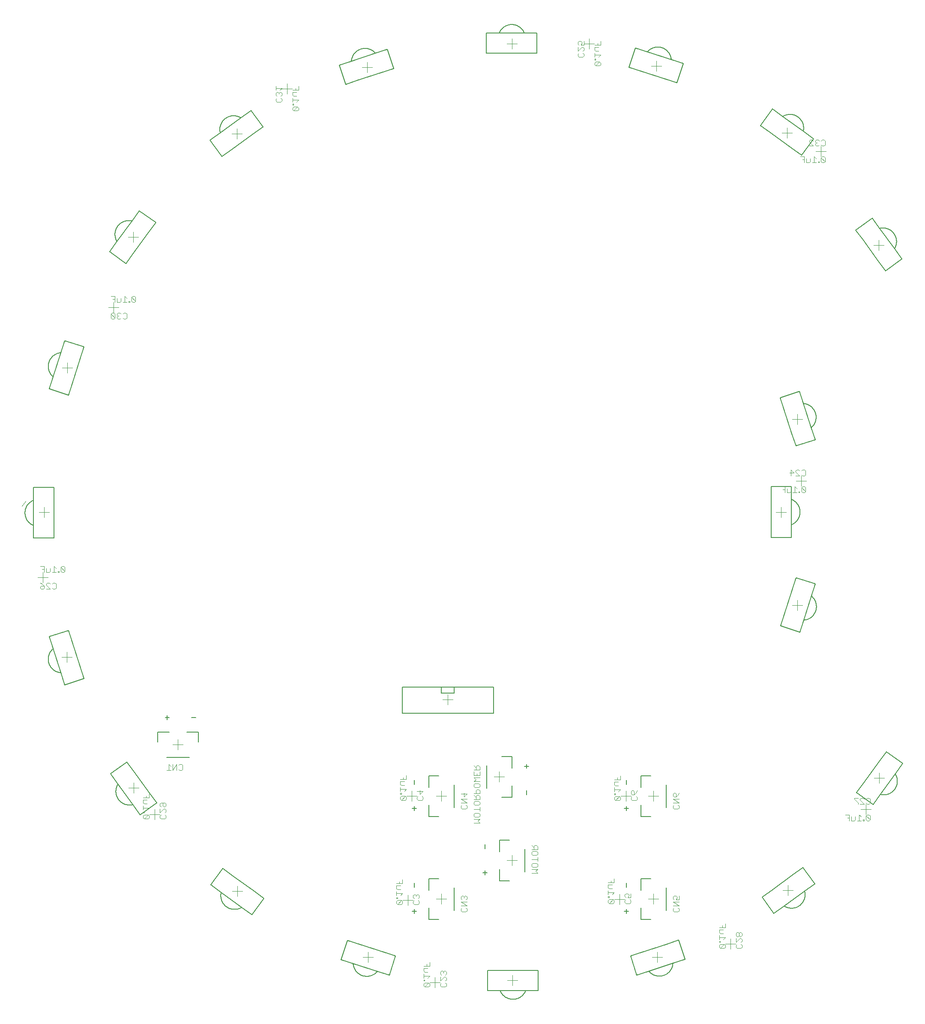
<source format=gbo>
G75*
%MOIN*%
%OFA0B0*%
%FSLAX25Y25*%
%IPPOS*%
%LPD*%
%AMOC8*
5,1,8,0,0,1.08239X$1,22.5*
%
%ADD10C,0.00000*%
%ADD11C,0.00400*%
%ADD12C,0.00500*%
%ADD13C,0.00700*%
D10*
X0238561Y0328625D02*
X0238561Y0336625D01*
X0234561Y0332625D02*
X0242561Y0332625D01*
X0222391Y0349296D02*
X0222391Y0357296D01*
X0218391Y0353296D02*
X0226391Y0353296D01*
X0256800Y0382800D02*
X0256800Y0390800D01*
X0252800Y0386800D02*
X0260800Y0386800D01*
X0174501Y0454989D02*
X0166501Y0454989D01*
X0170501Y0450989D02*
X0170501Y0458989D01*
X0151800Y0512800D02*
X0151800Y0520800D01*
X0147800Y0516800D02*
X0155800Y0516800D01*
X0152706Y0563469D02*
X0152706Y0571469D01*
X0148706Y0567469D02*
X0156706Y0567469D01*
X0138230Y0576156D02*
X0135480Y0572186D01*
X0170698Y0676068D02*
X0170698Y0684068D01*
X0166698Y0680068D02*
X0174698Y0680068D01*
X0206800Y0722800D02*
X0206800Y0730800D01*
X0202800Y0726800D02*
X0210800Y0726800D01*
X0222076Y0777524D02*
X0222076Y0785524D01*
X0218076Y0781524D02*
X0226076Y0781524D01*
X0302784Y0858036D02*
X0302784Y0866036D01*
X0298784Y0862036D02*
X0306784Y0862036D01*
X0337800Y0896800D02*
X0345800Y0896800D01*
X0341800Y0892800D02*
X0341800Y0900800D01*
X0399965Y0913729D02*
X0407965Y0913729D01*
X0403965Y0909729D02*
X0403965Y0917729D01*
X0512800Y0931957D02*
X0520800Y0931957D01*
X0516800Y0927957D02*
X0516800Y0935957D01*
X0572800Y0931800D02*
X0580800Y0931800D01*
X0576800Y0927800D02*
X0576800Y0935800D01*
X0625005Y0914595D02*
X0633005Y0914595D01*
X0629005Y0910595D02*
X0629005Y0918595D01*
X0726698Y0862745D02*
X0734698Y0862745D01*
X0730698Y0858745D02*
X0730698Y0866745D01*
X0752944Y0848317D02*
X0760944Y0848317D01*
X0756944Y0844317D02*
X0756944Y0852317D01*
X0801957Y0779304D02*
X0801957Y0771304D01*
X0797957Y0775304D02*
X0805957Y0775304D01*
X0738690Y0643950D02*
X0738690Y0635950D01*
X0734690Y0639950D02*
X0742690Y0639950D01*
X0741800Y0595800D02*
X0741800Y0587800D01*
X0737800Y0591800D02*
X0745800Y0591800D01*
X0725855Y0571469D02*
X0725855Y0563469D01*
X0721855Y0567469D02*
X0729855Y0567469D01*
X0738729Y0499343D02*
X0738729Y0491343D01*
X0734729Y0495343D02*
X0742729Y0495343D01*
X0802233Y0364776D02*
X0802233Y0356776D01*
X0798233Y0360776D02*
X0806233Y0360776D01*
X0791879Y0340519D02*
X0791879Y0332519D01*
X0787879Y0336519D02*
X0795879Y0336519D01*
X0735328Y0273572D02*
X0727328Y0273572D01*
X0731328Y0269572D02*
X0731328Y0277572D01*
X0686800Y0235800D02*
X0686800Y0227800D01*
X0682800Y0231800D02*
X0690800Y0231800D01*
X0633674Y0221485D02*
X0625674Y0221485D01*
X0629674Y0217485D02*
X0629674Y0225485D01*
X0626800Y0262800D02*
X0626800Y0270800D01*
X0622800Y0266800D02*
X0630800Y0266800D01*
X0604265Y0266721D02*
X0596265Y0266721D01*
X0600265Y0262721D02*
X0600265Y0270721D01*
X0605176Y0342778D02*
X0605176Y0350778D01*
X0601176Y0346778D02*
X0609176Y0346778D01*
X0622800Y0346800D02*
X0630800Y0346800D01*
X0626800Y0342800D02*
X0626800Y0350800D01*
X0520800Y0296800D02*
X0512800Y0296800D01*
X0516800Y0292800D02*
X0516800Y0300800D01*
X0506800Y0357800D02*
X0506800Y0365800D01*
X0502800Y0361800D02*
X0510800Y0361800D01*
X0465800Y0346800D02*
X0457800Y0346800D01*
X0461800Y0342800D02*
X0461800Y0350800D01*
X0442611Y0347036D02*
X0434611Y0347036D01*
X0438611Y0343036D02*
X0438611Y0351036D01*
X0466800Y0417800D02*
X0466800Y0425800D01*
X0462800Y0421800D02*
X0470800Y0421800D01*
X0461800Y0270800D02*
X0461800Y0262800D01*
X0457800Y0266800D02*
X0465800Y0266800D01*
X0439580Y0266013D02*
X0431580Y0266013D01*
X0435580Y0262013D02*
X0435580Y0270013D01*
X0404713Y0225485D02*
X0404713Y0217485D01*
X0400713Y0221485D02*
X0408713Y0221485D01*
X0452800Y0201800D02*
X0460800Y0201800D01*
X0456800Y0197800D02*
X0456800Y0205800D01*
X0513076Y0203729D02*
X0521076Y0203729D01*
X0517076Y0199729D02*
X0517076Y0207729D01*
X0307020Y0273060D02*
X0299020Y0273060D01*
X0303020Y0269060D02*
X0303020Y0277060D01*
D11*
X0247365Y0330093D02*
X0246598Y0329325D01*
X0243528Y0329325D01*
X0242761Y0330093D01*
X0242761Y0331627D01*
X0243528Y0332395D01*
X0242761Y0333929D02*
X0245830Y0336999D01*
X0246598Y0336999D01*
X0247365Y0336231D01*
X0247365Y0334697D01*
X0246598Y0333929D01*
X0246598Y0332395D02*
X0247365Y0331627D01*
X0247365Y0330093D01*
X0242761Y0333929D02*
X0242761Y0336999D01*
X0243528Y0338533D02*
X0242761Y0339300D01*
X0242761Y0340835D01*
X0243528Y0341602D01*
X0246598Y0341602D01*
X0247365Y0340835D01*
X0247365Y0339300D01*
X0246598Y0338533D01*
X0245830Y0338533D01*
X0245063Y0339300D01*
X0245063Y0341602D01*
X0234365Y0337766D02*
X0229761Y0337766D01*
X0229761Y0339300D02*
X0229761Y0336231D01*
X0229761Y0334697D02*
X0229761Y0333929D01*
X0230528Y0333929D01*
X0230528Y0334697D01*
X0229761Y0334697D01*
X0230528Y0332395D02*
X0229761Y0331627D01*
X0229761Y0330093D01*
X0230528Y0329325D01*
X0233598Y0332395D01*
X0230528Y0332395D01*
X0233598Y0332395D02*
X0234365Y0331627D01*
X0234365Y0330093D01*
X0233598Y0329325D01*
X0230528Y0329325D01*
X0232830Y0336231D02*
X0234365Y0337766D01*
X0232830Y0340835D02*
X0230528Y0340835D01*
X0229761Y0341602D01*
X0229761Y0343904D01*
X0232830Y0343904D01*
X0232063Y0345439D02*
X0232063Y0346974D01*
X0234365Y0345439D02*
X0234365Y0348508D01*
X0234365Y0345439D02*
X0229761Y0345439D01*
X0248135Y0367000D02*
X0251204Y0367000D01*
X0252739Y0367000D02*
X0252739Y0371604D01*
X0251204Y0370069D02*
X0249669Y0371604D01*
X0249669Y0367000D01*
X0252739Y0367000D02*
X0255808Y0371604D01*
X0255808Y0367000D01*
X0257343Y0367767D02*
X0258110Y0367000D01*
X0259644Y0367000D01*
X0260412Y0367767D01*
X0260412Y0370837D01*
X0259644Y0371604D01*
X0258110Y0371604D01*
X0257343Y0370837D01*
X0161144Y0508000D02*
X0159610Y0508000D01*
X0158843Y0508767D01*
X0157308Y0508000D02*
X0154239Y0511069D01*
X0154239Y0511837D01*
X0155006Y0512604D01*
X0156541Y0512604D01*
X0157308Y0511837D01*
X0158843Y0511837D02*
X0159610Y0512604D01*
X0161144Y0512604D01*
X0161912Y0511837D01*
X0161912Y0508767D01*
X0161144Y0508000D01*
X0157308Y0508000D02*
X0154239Y0508000D01*
X0152704Y0508767D02*
X0151937Y0508000D01*
X0150402Y0508000D01*
X0149635Y0508767D01*
X0149635Y0509535D01*
X0150402Y0510302D01*
X0152704Y0510302D01*
X0152704Y0508767D01*
X0152704Y0510302D02*
X0151169Y0511837D01*
X0149635Y0512604D01*
X0152704Y0521000D02*
X0152704Y0525604D01*
X0149635Y0525604D01*
X0151169Y0523302D02*
X0152704Y0523302D01*
X0154239Y0524069D02*
X0154239Y0521000D01*
X0156541Y0521000D01*
X0157308Y0521767D01*
X0157308Y0524069D01*
X0158843Y0521000D02*
X0161912Y0521000D01*
X0163446Y0521000D02*
X0164214Y0521000D01*
X0164214Y0521767D01*
X0163446Y0521767D01*
X0163446Y0521000D01*
X0165748Y0521767D02*
X0166516Y0521000D01*
X0168050Y0521000D01*
X0168818Y0521767D01*
X0165748Y0524837D01*
X0165748Y0521767D01*
X0165748Y0524837D02*
X0166516Y0525604D01*
X0168050Y0525604D01*
X0168818Y0524837D01*
X0168818Y0521767D01*
X0161912Y0524069D02*
X0160377Y0525604D01*
X0160377Y0521000D01*
X0205402Y0718000D02*
X0206937Y0718000D01*
X0207704Y0718767D01*
X0204635Y0721837D01*
X0204635Y0718767D01*
X0205402Y0718000D01*
X0207704Y0718767D02*
X0207704Y0721837D01*
X0206937Y0722604D01*
X0205402Y0722604D01*
X0204635Y0721837D01*
X0209239Y0721837D02*
X0209239Y0721069D01*
X0210006Y0720302D01*
X0209239Y0719535D01*
X0209239Y0718767D01*
X0210006Y0718000D01*
X0211541Y0718000D01*
X0212308Y0718767D01*
X0213843Y0718767D02*
X0214610Y0718000D01*
X0216144Y0718000D01*
X0216912Y0718767D01*
X0216912Y0721837D01*
X0216144Y0722604D01*
X0214610Y0722604D01*
X0213843Y0721837D01*
X0212308Y0721837D02*
X0211541Y0722604D01*
X0210006Y0722604D01*
X0209239Y0721837D01*
X0210006Y0720302D02*
X0210773Y0720302D01*
X0211541Y0731000D02*
X0209239Y0731000D01*
X0209239Y0734069D01*
X0207704Y0733302D02*
X0206169Y0733302D01*
X0207704Y0735604D02*
X0204635Y0735604D01*
X0207704Y0735604D02*
X0207704Y0731000D01*
X0211541Y0731000D02*
X0212308Y0731767D01*
X0212308Y0734069D01*
X0213843Y0731000D02*
X0216912Y0731000D01*
X0218446Y0731000D02*
X0219214Y0731000D01*
X0219214Y0731767D01*
X0218446Y0731767D01*
X0218446Y0731000D01*
X0220748Y0731767D02*
X0221516Y0731000D01*
X0223050Y0731000D01*
X0223818Y0731767D01*
X0220748Y0734837D01*
X0220748Y0731767D01*
X0220748Y0734837D02*
X0221516Y0735604D01*
X0223050Y0735604D01*
X0223818Y0734837D01*
X0223818Y0731767D01*
X0216912Y0734069D02*
X0215377Y0735604D01*
X0215377Y0731000D01*
X0333767Y0886688D02*
X0333000Y0887456D01*
X0333000Y0888990D01*
X0333767Y0889757D01*
X0333767Y0891292D02*
X0333000Y0892059D01*
X0333000Y0893594D01*
X0333767Y0894361D01*
X0334535Y0894361D01*
X0335302Y0893594D01*
X0335302Y0892827D01*
X0335302Y0893594D02*
X0336069Y0894361D01*
X0336837Y0894361D01*
X0337604Y0893594D01*
X0337604Y0892059D01*
X0336837Y0891292D01*
X0336837Y0889757D02*
X0337604Y0888990D01*
X0337604Y0887456D01*
X0336837Y0886688D01*
X0333767Y0886688D01*
X0333000Y0895896D02*
X0333000Y0898965D01*
X0333000Y0897431D02*
X0337604Y0897431D01*
X0336069Y0895896D01*
X0346000Y0895896D02*
X0350604Y0895896D01*
X0350604Y0898965D01*
X0348302Y0897431D02*
X0348302Y0895896D01*
X0349069Y0894361D02*
X0346000Y0894361D01*
X0346000Y0892059D01*
X0346767Y0891292D01*
X0349069Y0891292D01*
X0346000Y0889757D02*
X0346000Y0886688D01*
X0346000Y0885154D02*
X0346000Y0884386D01*
X0346767Y0884386D01*
X0346767Y0885154D01*
X0346000Y0885154D01*
X0346767Y0882852D02*
X0346000Y0882084D01*
X0346000Y0880550D01*
X0346767Y0879782D01*
X0349837Y0882852D01*
X0346767Y0882852D01*
X0349837Y0882852D02*
X0350604Y0882084D01*
X0350604Y0880550D01*
X0349837Y0879782D01*
X0346767Y0879782D01*
X0349069Y0886688D02*
X0350604Y0888223D01*
X0346000Y0888223D01*
X0568000Y0922456D02*
X0568000Y0923990D01*
X0568767Y0924757D01*
X0568000Y0926292D02*
X0571069Y0929361D01*
X0571837Y0929361D01*
X0572604Y0928594D01*
X0572604Y0927059D01*
X0571837Y0926292D01*
X0571837Y0924757D02*
X0572604Y0923990D01*
X0572604Y0922456D01*
X0571837Y0921688D01*
X0568767Y0921688D01*
X0568000Y0922456D01*
X0568000Y0926292D02*
X0568000Y0929361D01*
X0568767Y0930896D02*
X0568000Y0931663D01*
X0568000Y0933198D01*
X0568767Y0933965D01*
X0570302Y0933965D01*
X0571069Y0933198D01*
X0571069Y0932431D01*
X0570302Y0930896D01*
X0572604Y0930896D01*
X0572604Y0933965D01*
X0581000Y0930896D02*
X0585604Y0930896D01*
X0585604Y0933965D01*
X0583302Y0932431D02*
X0583302Y0930896D01*
X0584069Y0929361D02*
X0581000Y0929361D01*
X0581000Y0927059D01*
X0581767Y0926292D01*
X0584069Y0926292D01*
X0581000Y0924757D02*
X0581000Y0921688D01*
X0581000Y0920154D02*
X0581000Y0919386D01*
X0581767Y0919386D01*
X0581767Y0920154D01*
X0581000Y0920154D01*
X0581767Y0917852D02*
X0581000Y0917084D01*
X0581000Y0915550D01*
X0581767Y0914782D01*
X0584837Y0917852D01*
X0581767Y0917852D01*
X0584837Y0917852D02*
X0585604Y0917084D01*
X0585604Y0915550D01*
X0584837Y0914782D01*
X0581767Y0914782D01*
X0584069Y0921688D02*
X0585604Y0923223D01*
X0581000Y0923223D01*
X0741061Y0844121D02*
X0744130Y0844121D01*
X0744130Y0839517D01*
X0745665Y0839517D02*
X0745665Y0842587D01*
X0744130Y0841819D02*
X0742595Y0841819D01*
X0745665Y0839517D02*
X0747967Y0839517D01*
X0748734Y0840285D01*
X0748734Y0842587D01*
X0751803Y0844121D02*
X0751803Y0839517D01*
X0750269Y0839517D02*
X0753338Y0839517D01*
X0754873Y0839517D02*
X0755640Y0839517D01*
X0755640Y0840285D01*
X0754873Y0840285D01*
X0754873Y0839517D01*
X0757174Y0840285D02*
X0757942Y0839517D01*
X0759476Y0839517D01*
X0760244Y0840285D01*
X0757174Y0843354D01*
X0757174Y0840285D01*
X0757174Y0843354D02*
X0757942Y0844121D01*
X0759476Y0844121D01*
X0760244Y0843354D01*
X0760244Y0840285D01*
X0753338Y0842587D02*
X0751803Y0844121D01*
X0751036Y0852517D02*
X0747967Y0855587D01*
X0747967Y0856354D01*
X0748734Y0857121D01*
X0750269Y0857121D01*
X0751036Y0856354D01*
X0752571Y0856354D02*
X0752571Y0855587D01*
X0753338Y0854819D01*
X0752571Y0854052D01*
X0752571Y0853285D01*
X0753338Y0852517D01*
X0754873Y0852517D01*
X0755640Y0853285D01*
X0757174Y0853285D02*
X0757942Y0852517D01*
X0759476Y0852517D01*
X0760244Y0853285D01*
X0760244Y0856354D01*
X0759476Y0857121D01*
X0757942Y0857121D01*
X0757174Y0856354D01*
X0755640Y0856354D02*
X0754873Y0857121D01*
X0753338Y0857121D01*
X0752571Y0856354D01*
X0753338Y0854819D02*
X0754105Y0854819D01*
X0751036Y0852517D02*
X0747967Y0852517D01*
X0744333Y0600604D02*
X0745100Y0599837D01*
X0745100Y0596767D01*
X0744333Y0596000D01*
X0742798Y0596000D01*
X0742031Y0596767D01*
X0740496Y0596000D02*
X0737427Y0599069D01*
X0737427Y0599837D01*
X0738194Y0600604D01*
X0739729Y0600604D01*
X0740496Y0599837D01*
X0742031Y0599837D02*
X0742798Y0600604D01*
X0744333Y0600604D01*
X0740496Y0596000D02*
X0737427Y0596000D01*
X0735892Y0598302D02*
X0732823Y0598302D01*
X0733590Y0600604D02*
X0735892Y0598302D01*
X0733590Y0596000D02*
X0733590Y0600604D01*
X0736659Y0587604D02*
X0736659Y0583000D01*
X0735125Y0583000D02*
X0738194Y0583000D01*
X0739729Y0583000D02*
X0740496Y0583000D01*
X0740496Y0583767D01*
X0739729Y0583767D01*
X0739729Y0583000D01*
X0742031Y0583767D02*
X0742798Y0583000D01*
X0744333Y0583000D01*
X0745100Y0583767D01*
X0742031Y0586837D01*
X0742031Y0583767D01*
X0745100Y0583767D02*
X0745100Y0586837D01*
X0744333Y0587604D01*
X0742798Y0587604D01*
X0742031Y0586837D01*
X0738194Y0586069D02*
X0736659Y0587604D01*
X0733590Y0586069D02*
X0733590Y0583767D01*
X0732823Y0583000D01*
X0730521Y0583000D01*
X0730521Y0586069D01*
X0728986Y0585302D02*
X0727452Y0585302D01*
X0728986Y0587604D02*
X0725917Y0587604D01*
X0728986Y0587604D02*
X0728986Y0583000D01*
X0600980Y0362661D02*
X0600980Y0359592D01*
X0596376Y0359592D01*
X0596376Y0358057D02*
X0599446Y0358057D01*
X0598678Y0359592D02*
X0598678Y0361126D01*
X0596376Y0358057D02*
X0596376Y0355755D01*
X0597144Y0354988D01*
X0599446Y0354988D01*
X0600980Y0351919D02*
X0596376Y0351919D01*
X0596376Y0353453D02*
X0596376Y0350384D01*
X0596376Y0348849D02*
X0596376Y0348082D01*
X0597144Y0348082D01*
X0597144Y0348849D01*
X0596376Y0348849D01*
X0597144Y0346547D02*
X0596376Y0345780D01*
X0596376Y0344245D01*
X0597144Y0343478D01*
X0600213Y0346547D01*
X0597144Y0346547D01*
X0597144Y0343478D02*
X0600213Y0343478D01*
X0600980Y0344245D01*
X0600980Y0345780D01*
X0600213Y0346547D01*
X0599446Y0350384D02*
X0600980Y0351919D01*
X0609376Y0350384D02*
X0610144Y0351151D01*
X0610911Y0351151D01*
X0611678Y0350384D01*
X0611678Y0348082D01*
X0610144Y0348082D01*
X0609376Y0348849D01*
X0609376Y0350384D01*
X0611678Y0348082D02*
X0613213Y0349617D01*
X0613980Y0351151D01*
X0613213Y0346547D02*
X0613980Y0345780D01*
X0613980Y0344245D01*
X0613213Y0343478D01*
X0610144Y0343478D01*
X0609376Y0344245D01*
X0609376Y0345780D01*
X0610144Y0346547D01*
X0642000Y0346975D02*
X0642000Y0348510D01*
X0642767Y0349277D01*
X0643535Y0349277D01*
X0644302Y0348510D01*
X0644302Y0346208D01*
X0642767Y0346208D01*
X0642000Y0346975D01*
X0642000Y0344673D02*
X0646604Y0344673D01*
X0644302Y0346208D02*
X0645837Y0347742D01*
X0646604Y0349277D01*
X0642000Y0344673D02*
X0646604Y0341604D01*
X0642000Y0341604D01*
X0642767Y0340069D02*
X0642000Y0339302D01*
X0642000Y0337767D01*
X0642767Y0337000D01*
X0645837Y0337000D01*
X0646604Y0337767D01*
X0646604Y0339302D01*
X0645837Y0340069D01*
X0596068Y0282604D02*
X0596068Y0279535D01*
X0591465Y0279535D01*
X0591465Y0278000D02*
X0594534Y0278000D01*
X0593767Y0279535D02*
X0593767Y0281070D01*
X0591465Y0278000D02*
X0591465Y0275698D01*
X0592232Y0274931D01*
X0594534Y0274931D01*
X0596068Y0271862D02*
X0591465Y0271862D01*
X0591465Y0273396D02*
X0591465Y0270327D01*
X0591465Y0268792D02*
X0591465Y0268025D01*
X0592232Y0268025D01*
X0592232Y0268792D01*
X0591465Y0268792D01*
X0592232Y0266491D02*
X0591465Y0265723D01*
X0591465Y0264189D01*
X0592232Y0263421D01*
X0595301Y0266491D01*
X0592232Y0266491D01*
X0595301Y0266491D02*
X0596068Y0265723D01*
X0596068Y0264189D01*
X0595301Y0263421D01*
X0592232Y0263421D01*
X0594534Y0270327D02*
X0596068Y0271862D01*
X0604465Y0270327D02*
X0604465Y0268792D01*
X0605232Y0268025D01*
X0605232Y0266491D02*
X0604465Y0265723D01*
X0604465Y0264189D01*
X0605232Y0263421D01*
X0608301Y0263421D01*
X0609068Y0264189D01*
X0609068Y0265723D01*
X0608301Y0266491D01*
X0609068Y0268025D02*
X0606767Y0268025D01*
X0607534Y0269560D01*
X0607534Y0270327D01*
X0606767Y0271094D01*
X0605232Y0271094D01*
X0604465Y0270327D01*
X0609068Y0271094D02*
X0609068Y0268025D01*
X0642000Y0268510D02*
X0642000Y0266975D01*
X0642767Y0266208D01*
X0644302Y0266208D02*
X0645069Y0267742D01*
X0645069Y0268510D01*
X0644302Y0269277D01*
X0642767Y0269277D01*
X0642000Y0268510D01*
X0644302Y0266208D02*
X0646604Y0266208D01*
X0646604Y0269277D01*
X0646604Y0264673D02*
X0642000Y0264673D01*
X0646604Y0261604D01*
X0642000Y0261604D01*
X0642767Y0260069D02*
X0642000Y0259302D01*
X0642000Y0257767D01*
X0642767Y0257000D01*
X0645837Y0257000D01*
X0646604Y0257767D01*
X0646604Y0259302D01*
X0645837Y0260069D01*
X0678000Y0244614D02*
X0682604Y0244614D01*
X0682604Y0247683D01*
X0680302Y0246148D02*
X0680302Y0244614D01*
X0681069Y0243079D02*
X0678000Y0243079D01*
X0678000Y0240777D01*
X0678767Y0240010D01*
X0681069Y0240010D01*
X0678000Y0238475D02*
X0678000Y0235406D01*
X0678000Y0236941D02*
X0682604Y0236941D01*
X0681069Y0235406D01*
X0678767Y0233871D02*
X0678000Y0233871D01*
X0678000Y0233104D01*
X0678767Y0233104D01*
X0678767Y0233871D01*
X0678767Y0231569D02*
X0678000Y0230802D01*
X0678000Y0229267D01*
X0678767Y0228500D01*
X0681837Y0231569D01*
X0678767Y0231569D01*
X0678767Y0228500D02*
X0681837Y0228500D01*
X0682604Y0229267D01*
X0682604Y0230802D01*
X0681837Y0231569D01*
X0691000Y0230802D02*
X0691767Y0231569D01*
X0691000Y0230802D02*
X0691000Y0229267D01*
X0691767Y0228500D01*
X0694837Y0228500D01*
X0695604Y0229267D01*
X0695604Y0230802D01*
X0694837Y0231569D01*
X0694837Y0233104D02*
X0695604Y0233871D01*
X0695604Y0235406D01*
X0694837Y0236173D01*
X0694069Y0236173D01*
X0691000Y0233104D01*
X0691000Y0236173D01*
X0691767Y0237708D02*
X0692535Y0237708D01*
X0693302Y0238475D01*
X0693302Y0240010D01*
X0692535Y0240777D01*
X0691767Y0240777D01*
X0691000Y0240010D01*
X0691000Y0238475D01*
X0691767Y0237708D01*
X0693302Y0238475D02*
X0694069Y0237708D01*
X0694837Y0237708D01*
X0695604Y0238475D01*
X0695604Y0240010D01*
X0694837Y0240777D01*
X0694069Y0240777D01*
X0693302Y0240010D01*
X0775996Y0332323D02*
X0779065Y0332323D01*
X0779065Y0327719D01*
X0780600Y0327719D02*
X0780600Y0330788D01*
X0779065Y0330021D02*
X0777530Y0330021D01*
X0780600Y0327719D02*
X0782902Y0327719D01*
X0783669Y0328486D01*
X0783669Y0330788D01*
X0785203Y0327719D02*
X0788273Y0327719D01*
X0789807Y0327719D02*
X0790575Y0327719D01*
X0790575Y0328486D01*
X0789807Y0328486D01*
X0789807Y0327719D01*
X0792109Y0328486D02*
X0792877Y0327719D01*
X0794411Y0327719D01*
X0795179Y0328486D01*
X0792109Y0331556D01*
X0792109Y0328486D01*
X0792109Y0331556D02*
X0792877Y0332323D01*
X0794411Y0332323D01*
X0795179Y0331556D01*
X0795179Y0328486D01*
X0788273Y0330788D02*
X0786738Y0332323D01*
X0786738Y0327719D01*
X0785971Y0340719D02*
X0785971Y0341486D01*
X0782902Y0344556D01*
X0782902Y0345323D01*
X0785971Y0345323D01*
X0787505Y0344556D02*
X0788273Y0345323D01*
X0789807Y0345323D01*
X0790575Y0344556D01*
X0792109Y0344556D02*
X0792877Y0345323D01*
X0794411Y0345323D01*
X0795179Y0344556D01*
X0795179Y0341486D01*
X0794411Y0340719D01*
X0792877Y0340719D01*
X0792109Y0341486D01*
X0790575Y0340719D02*
X0787505Y0343788D01*
X0787505Y0344556D01*
X0787505Y0340719D02*
X0790575Y0340719D01*
X0536604Y0307718D02*
X0536604Y0305416D01*
X0532000Y0305416D01*
X0533535Y0305416D02*
X0533535Y0307718D01*
X0534302Y0308485D01*
X0535837Y0308485D01*
X0536604Y0307718D01*
X0533535Y0306950D02*
X0532000Y0308485D01*
X0532767Y0303881D02*
X0535837Y0303881D01*
X0536604Y0303114D01*
X0536604Y0301579D01*
X0535837Y0300812D01*
X0532767Y0300812D01*
X0532000Y0301579D01*
X0532000Y0303114D01*
X0532767Y0303881D01*
X0536604Y0299277D02*
X0536604Y0296208D01*
X0536604Y0297742D02*
X0532000Y0297742D01*
X0532767Y0294673D02*
X0535837Y0294673D01*
X0536604Y0293906D01*
X0536604Y0292371D01*
X0535837Y0291604D01*
X0532767Y0291604D01*
X0532000Y0292371D01*
X0532000Y0293906D01*
X0532767Y0294673D01*
X0532000Y0290069D02*
X0536604Y0290069D01*
X0535069Y0288535D01*
X0536604Y0287000D01*
X0532000Y0287000D01*
X0491604Y0325961D02*
X0490069Y0327495D01*
X0491604Y0329030D01*
X0487000Y0329030D01*
X0487767Y0330565D02*
X0487000Y0331332D01*
X0487000Y0332867D01*
X0487767Y0333634D01*
X0490837Y0333634D01*
X0491604Y0332867D01*
X0491604Y0331332D01*
X0490837Y0330565D01*
X0487767Y0330565D01*
X0487000Y0325961D02*
X0491604Y0325961D01*
X0491604Y0335169D02*
X0491604Y0338238D01*
X0491604Y0336703D02*
X0487000Y0336703D01*
X0487767Y0339772D02*
X0487000Y0340540D01*
X0487000Y0342074D01*
X0487767Y0342842D01*
X0490837Y0342842D01*
X0491604Y0342074D01*
X0491604Y0340540D01*
X0490837Y0339772D01*
X0487767Y0339772D01*
X0487000Y0344376D02*
X0491604Y0344376D01*
X0491604Y0346678D01*
X0490837Y0347446D01*
X0489302Y0347446D01*
X0488535Y0346678D01*
X0488535Y0344376D01*
X0488535Y0345911D02*
X0487000Y0347446D01*
X0487000Y0348980D02*
X0491604Y0348980D01*
X0491604Y0351282D01*
X0490837Y0352050D01*
X0489302Y0352050D01*
X0488535Y0351282D01*
X0488535Y0348980D01*
X0487767Y0353584D02*
X0490837Y0353584D01*
X0491604Y0354352D01*
X0491604Y0355886D01*
X0490837Y0356653D01*
X0487767Y0356653D01*
X0487000Y0355886D01*
X0487000Y0354352D01*
X0487767Y0353584D01*
X0487000Y0358188D02*
X0488535Y0359723D01*
X0487000Y0361257D01*
X0491604Y0361257D01*
X0491604Y0362792D02*
X0487000Y0362792D01*
X0487000Y0365861D01*
X0487000Y0367396D02*
X0491604Y0367396D01*
X0491604Y0369698D01*
X0490837Y0370465D01*
X0489302Y0370465D01*
X0488535Y0369698D01*
X0488535Y0367396D01*
X0488535Y0368931D02*
X0487000Y0370465D01*
X0491604Y0365861D02*
X0491604Y0362792D01*
X0489302Y0362792D02*
X0489302Y0364327D01*
X0491604Y0358188D02*
X0487000Y0358188D01*
X0481604Y0348510D02*
X0479302Y0346208D01*
X0479302Y0349277D01*
X0477000Y0348510D02*
X0481604Y0348510D01*
X0481604Y0344673D02*
X0477000Y0344673D01*
X0481604Y0341604D01*
X0477000Y0341604D01*
X0477767Y0340069D02*
X0477000Y0339302D01*
X0477000Y0337767D01*
X0477767Y0337000D01*
X0480837Y0337000D01*
X0481604Y0337767D01*
X0481604Y0339302D01*
X0480837Y0340069D01*
X0447415Y0344504D02*
X0446648Y0343736D01*
X0443578Y0343736D01*
X0442811Y0344504D01*
X0442811Y0346038D01*
X0443578Y0346805D01*
X0445113Y0348340D02*
X0445113Y0351409D01*
X0447415Y0350642D02*
X0445113Y0348340D01*
X0446648Y0346805D02*
X0447415Y0346038D01*
X0447415Y0344504D01*
X0447415Y0350642D02*
X0442811Y0350642D01*
X0434415Y0352177D02*
X0429811Y0352177D01*
X0429811Y0353711D02*
X0429811Y0350642D01*
X0429811Y0349107D02*
X0429811Y0348340D01*
X0430578Y0348340D01*
X0430578Y0349107D01*
X0429811Y0349107D01*
X0430578Y0346805D02*
X0429811Y0346038D01*
X0429811Y0344504D01*
X0430578Y0343736D01*
X0433648Y0346805D01*
X0430578Y0346805D01*
X0430578Y0343736D02*
X0433648Y0343736D01*
X0434415Y0344504D01*
X0434415Y0346038D01*
X0433648Y0346805D01*
X0432880Y0350642D02*
X0434415Y0352177D01*
X0432880Y0355246D02*
X0430578Y0355246D01*
X0429811Y0356013D01*
X0429811Y0358315D01*
X0432880Y0358315D01*
X0432113Y0359850D02*
X0432113Y0361385D01*
X0434415Y0359850D02*
X0434415Y0362919D01*
X0434415Y0359850D02*
X0429811Y0359850D01*
X0431383Y0281896D02*
X0431383Y0278826D01*
X0426780Y0278826D01*
X0426780Y0277292D02*
X0429849Y0277292D01*
X0429081Y0278826D02*
X0429081Y0280361D01*
X0426780Y0277292D02*
X0426780Y0274990D01*
X0427547Y0274222D01*
X0429849Y0274222D01*
X0431383Y0271153D02*
X0426780Y0271153D01*
X0426780Y0269618D02*
X0426780Y0272688D01*
X0429849Y0269618D02*
X0431383Y0271153D01*
X0427547Y0268084D02*
X0426780Y0268084D01*
X0426780Y0267317D01*
X0427547Y0267317D01*
X0427547Y0268084D01*
X0427547Y0265782D02*
X0426780Y0265015D01*
X0426780Y0263480D01*
X0427547Y0262713D01*
X0430616Y0265782D01*
X0427547Y0265782D01*
X0430616Y0265782D02*
X0431383Y0265015D01*
X0431383Y0263480D01*
X0430616Y0262713D01*
X0427547Y0262713D01*
X0439780Y0263480D02*
X0439780Y0265015D01*
X0440547Y0265782D01*
X0440547Y0267317D02*
X0439780Y0268084D01*
X0439780Y0269618D01*
X0440547Y0270386D01*
X0441314Y0270386D01*
X0442081Y0269618D01*
X0442081Y0268851D01*
X0442081Y0269618D02*
X0442849Y0270386D01*
X0443616Y0270386D01*
X0444383Y0269618D01*
X0444383Y0268084D01*
X0443616Y0267317D01*
X0443616Y0265782D02*
X0444383Y0265015D01*
X0444383Y0263480D01*
X0443616Y0262713D01*
X0440547Y0262713D01*
X0439780Y0263480D01*
X0477000Y0264673D02*
X0481604Y0264673D01*
X0480837Y0266208D02*
X0481604Y0266975D01*
X0481604Y0268510D01*
X0480837Y0269277D01*
X0480069Y0269277D01*
X0479302Y0268510D01*
X0478535Y0269277D01*
X0477767Y0269277D01*
X0477000Y0268510D01*
X0477000Y0266975D01*
X0477767Y0266208D01*
X0477000Y0264673D02*
X0481604Y0261604D01*
X0477000Y0261604D01*
X0477767Y0260069D02*
X0477000Y0259302D01*
X0477000Y0257767D01*
X0477767Y0257000D01*
X0480837Y0257000D01*
X0481604Y0257767D01*
X0481604Y0259302D01*
X0480837Y0260069D01*
X0479302Y0267742D02*
X0479302Y0268510D01*
X0452604Y0217683D02*
X0452604Y0214614D01*
X0448000Y0214614D01*
X0448000Y0213079D02*
X0451069Y0213079D01*
X0450302Y0214614D02*
X0450302Y0216148D01*
X0448000Y0213079D02*
X0448000Y0210777D01*
X0448767Y0210010D01*
X0451069Y0210010D01*
X0448000Y0208475D02*
X0448000Y0205406D01*
X0448000Y0206941D02*
X0452604Y0206941D01*
X0451069Y0205406D01*
X0448767Y0203871D02*
X0448000Y0203871D01*
X0448000Y0203104D01*
X0448767Y0203104D01*
X0448767Y0203871D01*
X0448767Y0201569D02*
X0448000Y0200802D01*
X0448000Y0199267D01*
X0448767Y0198500D01*
X0451837Y0201569D01*
X0448767Y0201569D01*
X0448767Y0198500D02*
X0451837Y0198500D01*
X0452604Y0199267D01*
X0452604Y0200802D01*
X0451837Y0201569D01*
X0461000Y0200802D02*
X0461767Y0201569D01*
X0461000Y0200802D02*
X0461000Y0199267D01*
X0461767Y0198500D01*
X0464837Y0198500D01*
X0465604Y0199267D01*
X0465604Y0200802D01*
X0464837Y0201569D01*
X0464837Y0203104D02*
X0465604Y0203871D01*
X0465604Y0205406D01*
X0464837Y0206173D01*
X0464069Y0206173D01*
X0461000Y0203104D01*
X0461000Y0206173D01*
X0461767Y0207708D02*
X0461000Y0208475D01*
X0461000Y0210010D01*
X0461767Y0210777D01*
X0462535Y0210777D01*
X0463302Y0210010D01*
X0463302Y0209242D01*
X0463302Y0210010D02*
X0464069Y0210777D01*
X0464837Y0210777D01*
X0465604Y0210010D01*
X0465604Y0208475D01*
X0464837Y0207708D01*
D12*
X0290464Y0271987D02*
X0282502Y0277772D01*
X0291758Y0290513D01*
X0299721Y0284728D01*
X0315646Y0273157D01*
X0323609Y0267372D01*
X0314353Y0254631D01*
X0306390Y0260417D01*
X0290464Y0271987D01*
X0290403Y0271734D01*
X0290349Y0271480D01*
X0290300Y0271224D01*
X0290258Y0270967D01*
X0290223Y0270710D01*
X0290194Y0270451D01*
X0290171Y0270192D01*
X0290154Y0269932D01*
X0290144Y0269672D01*
X0290140Y0269412D01*
X0290143Y0269152D01*
X0290152Y0268892D01*
X0290167Y0268632D01*
X0290189Y0268373D01*
X0290217Y0268115D01*
X0290251Y0267857D01*
X0290292Y0267600D01*
X0290339Y0267344D01*
X0290392Y0267089D01*
X0290452Y0266836D01*
X0290517Y0266584D01*
X0290589Y0266334D01*
X0290667Y0266086D01*
X0290751Y0265840D01*
X0290841Y0265596D01*
X0290937Y0265354D01*
X0291039Y0265114D01*
X0291147Y0264878D01*
X0291260Y0264644D01*
X0291380Y0264412D01*
X0291505Y0264184D01*
X0291635Y0263959D01*
X0291771Y0263737D01*
X0291912Y0263519D01*
X0292059Y0263304D01*
X0292211Y0263093D01*
X0292368Y0262885D01*
X0292530Y0262682D01*
X0292697Y0262482D01*
X0292869Y0262287D01*
X0293045Y0262096D01*
X0293227Y0261909D01*
X0293412Y0261727D01*
X0293603Y0261550D01*
X0293797Y0261377D01*
X0293996Y0261209D01*
X0294198Y0261046D01*
X0294405Y0260888D01*
X0294616Y0260735D01*
X0294830Y0260587D01*
X0295047Y0260445D01*
X0295269Y0260308D01*
X0295493Y0260176D01*
X0295721Y0260050D01*
X0295951Y0259930D01*
X0296185Y0259815D01*
X0296421Y0259706D01*
X0296660Y0259603D01*
X0296901Y0259506D01*
X0297145Y0259415D01*
X0297391Y0259329D01*
X0297639Y0259250D01*
X0297888Y0259177D01*
X0298140Y0259110D01*
X0298393Y0259049D01*
X0298647Y0258995D01*
X0298903Y0258947D01*
X0299159Y0258905D01*
X0299417Y0258869D01*
X0299676Y0258840D01*
X0299935Y0258817D01*
X0300194Y0258800D01*
X0300454Y0258790D01*
X0300715Y0258786D01*
X0300975Y0258789D01*
X0301235Y0258798D01*
X0301494Y0258813D01*
X0301754Y0258834D01*
X0302012Y0258863D01*
X0302270Y0258897D01*
X0302527Y0258938D01*
X0302783Y0258985D01*
X0303038Y0259038D01*
X0303291Y0259097D01*
X0303543Y0259163D01*
X0303793Y0259235D01*
X0304041Y0259313D01*
X0304287Y0259397D01*
X0304531Y0259487D01*
X0304773Y0259583D01*
X0305012Y0259685D01*
X0305249Y0259792D01*
X0305483Y0259906D01*
X0305715Y0260025D01*
X0305943Y0260150D01*
X0306168Y0260280D01*
X0306390Y0260416D01*
X0240214Y0341524D02*
X0227473Y0332268D01*
X0221688Y0340230D01*
X0210118Y0356156D01*
X0204332Y0364119D01*
X0217073Y0373375D01*
X0222858Y0365412D01*
X0234429Y0349487D01*
X0240214Y0341524D01*
X0221688Y0340230D02*
X0221435Y0340169D01*
X0221181Y0340115D01*
X0220925Y0340066D01*
X0220668Y0340024D01*
X0220411Y0339989D01*
X0220152Y0339960D01*
X0219893Y0339937D01*
X0219633Y0339920D01*
X0219373Y0339910D01*
X0219113Y0339906D01*
X0218853Y0339909D01*
X0218593Y0339918D01*
X0218333Y0339933D01*
X0218074Y0339955D01*
X0217816Y0339983D01*
X0217558Y0340017D01*
X0217301Y0340058D01*
X0217045Y0340105D01*
X0216790Y0340158D01*
X0216537Y0340218D01*
X0216285Y0340283D01*
X0216035Y0340355D01*
X0215787Y0340433D01*
X0215541Y0340517D01*
X0215297Y0340607D01*
X0215055Y0340703D01*
X0214815Y0340805D01*
X0214579Y0340913D01*
X0214345Y0341026D01*
X0214113Y0341146D01*
X0213885Y0341271D01*
X0213660Y0341401D01*
X0213438Y0341537D01*
X0213220Y0341678D01*
X0213005Y0341825D01*
X0212794Y0341977D01*
X0212586Y0342134D01*
X0212383Y0342296D01*
X0212183Y0342463D01*
X0211988Y0342635D01*
X0211797Y0342811D01*
X0211610Y0342993D01*
X0211428Y0343178D01*
X0211251Y0343369D01*
X0211078Y0343563D01*
X0210910Y0343762D01*
X0210747Y0343964D01*
X0210589Y0344171D01*
X0210436Y0344382D01*
X0210288Y0344596D01*
X0210146Y0344813D01*
X0210009Y0345035D01*
X0209877Y0345259D01*
X0209751Y0345487D01*
X0209631Y0345717D01*
X0209516Y0345951D01*
X0209407Y0346187D01*
X0209304Y0346426D01*
X0209207Y0346667D01*
X0209116Y0346911D01*
X0209030Y0347157D01*
X0208951Y0347405D01*
X0208878Y0347654D01*
X0208811Y0347906D01*
X0208750Y0348159D01*
X0208696Y0348413D01*
X0208648Y0348669D01*
X0208606Y0348925D01*
X0208570Y0349183D01*
X0208541Y0349442D01*
X0208518Y0349701D01*
X0208501Y0349960D01*
X0208491Y0350220D01*
X0208487Y0350481D01*
X0208490Y0350741D01*
X0208499Y0351001D01*
X0208514Y0351260D01*
X0208535Y0351520D01*
X0208564Y0351778D01*
X0208598Y0352036D01*
X0208639Y0352293D01*
X0208686Y0352549D01*
X0208739Y0352804D01*
X0208798Y0353057D01*
X0208864Y0353309D01*
X0208936Y0353559D01*
X0209014Y0353807D01*
X0209098Y0354053D01*
X0209188Y0354297D01*
X0209284Y0354539D01*
X0209386Y0354778D01*
X0209493Y0355015D01*
X0209607Y0355249D01*
X0209726Y0355481D01*
X0209851Y0355709D01*
X0209981Y0355934D01*
X0210117Y0356156D01*
X0241052Y0388769D02*
X0241052Y0396643D01*
X0249910Y0396643D01*
X0263690Y0396643D02*
X0272548Y0396643D01*
X0272548Y0388769D01*
X0265658Y0376957D02*
X0247942Y0376957D01*
X0183814Y0438285D02*
X0180773Y0447646D01*
X0174690Y0466368D01*
X0171648Y0475729D01*
X0156671Y0470862D01*
X0159712Y0461501D01*
X0165795Y0442780D01*
X0168837Y0433419D01*
X0183814Y0438285D01*
X0165795Y0442779D02*
X0165536Y0442800D01*
X0165277Y0442827D01*
X0165019Y0442860D01*
X0164762Y0442899D01*
X0164506Y0442945D01*
X0164251Y0442997D01*
X0163997Y0443055D01*
X0163745Y0443120D01*
X0163495Y0443190D01*
X0163246Y0443267D01*
X0163000Y0443350D01*
X0162755Y0443439D01*
X0162513Y0443534D01*
X0162273Y0443634D01*
X0162036Y0443741D01*
X0161801Y0443853D01*
X0161569Y0443971D01*
X0161340Y0444095D01*
X0161115Y0444225D01*
X0160892Y0444359D01*
X0160673Y0444500D01*
X0160457Y0444645D01*
X0160246Y0444796D01*
X0160037Y0444952D01*
X0159833Y0445113D01*
X0159633Y0445279D01*
X0159437Y0445450D01*
X0159245Y0445626D01*
X0159057Y0445806D01*
X0158874Y0445991D01*
X0158696Y0446180D01*
X0158522Y0446374D01*
X0158353Y0446572D01*
X0158189Y0446774D01*
X0158030Y0446980D01*
X0157876Y0447189D01*
X0157727Y0447403D01*
X0157584Y0447620D01*
X0157446Y0447840D01*
X0157313Y0448064D01*
X0157186Y0448291D01*
X0157064Y0448521D01*
X0156948Y0448754D01*
X0156838Y0448990D01*
X0156734Y0449228D01*
X0156636Y0449469D01*
X0156543Y0449712D01*
X0156457Y0449958D01*
X0156376Y0450205D01*
X0156302Y0450454D01*
X0156234Y0450705D01*
X0156172Y0450958D01*
X0156116Y0451212D01*
X0156067Y0451468D01*
X0156023Y0451724D01*
X0155987Y0451982D01*
X0155956Y0452240D01*
X0155932Y0452499D01*
X0155914Y0452759D01*
X0155902Y0453019D01*
X0155897Y0453279D01*
X0155899Y0453539D01*
X0155906Y0453799D01*
X0155920Y0454059D01*
X0155941Y0454318D01*
X0155967Y0454577D01*
X0156001Y0454835D01*
X0156040Y0455092D01*
X0156086Y0455348D01*
X0156138Y0455603D01*
X0156196Y0455857D01*
X0156260Y0456109D01*
X0156331Y0456359D01*
X0156408Y0456608D01*
X0156491Y0456854D01*
X0156579Y0457099D01*
X0156674Y0457341D01*
X0156775Y0457581D01*
X0156881Y0457818D01*
X0156994Y0458053D01*
X0157112Y0458285D01*
X0157236Y0458514D01*
X0157365Y0458739D01*
X0157500Y0458962D01*
X0157640Y0459181D01*
X0157786Y0459397D01*
X0157937Y0459609D01*
X0158093Y0459817D01*
X0158254Y0460021D01*
X0158420Y0460221D01*
X0158590Y0460418D01*
X0158766Y0460610D01*
X0158946Y0460797D01*
X0159131Y0460980D01*
X0159321Y0461159D01*
X0159514Y0461332D01*
X0159712Y0461501D01*
X0160206Y0547469D02*
X0144457Y0547469D01*
X0144457Y0557312D01*
X0144457Y0576997D01*
X0144457Y0586839D01*
X0160206Y0586839D01*
X0160206Y0576997D01*
X0160206Y0557312D01*
X0160206Y0547469D01*
X0144457Y0557311D02*
X0144217Y0557411D01*
X0143979Y0557516D01*
X0143744Y0557627D01*
X0143511Y0557744D01*
X0143282Y0557867D01*
X0143055Y0557995D01*
X0142832Y0558129D01*
X0142612Y0558268D01*
X0142396Y0558413D01*
X0142183Y0558563D01*
X0141974Y0558718D01*
X0141769Y0558878D01*
X0141568Y0559043D01*
X0141371Y0559213D01*
X0141179Y0559388D01*
X0140990Y0559567D01*
X0140806Y0559751D01*
X0140627Y0559939D01*
X0140452Y0560132D01*
X0140282Y0560329D01*
X0140117Y0560530D01*
X0139957Y0560735D01*
X0139802Y0560944D01*
X0139652Y0561157D01*
X0139508Y0561373D01*
X0139369Y0561593D01*
X0139235Y0561816D01*
X0139107Y0562043D01*
X0138984Y0562272D01*
X0138867Y0562505D01*
X0138756Y0562740D01*
X0138650Y0562978D01*
X0138551Y0563218D01*
X0138457Y0563461D01*
X0138370Y0563706D01*
X0138288Y0563953D01*
X0138212Y0564202D01*
X0138143Y0564452D01*
X0138080Y0564705D01*
X0138023Y0564959D01*
X0137972Y0565214D01*
X0137928Y0565470D01*
X0137889Y0565727D01*
X0137858Y0565986D01*
X0137832Y0566245D01*
X0137813Y0566504D01*
X0137800Y0566764D01*
X0137794Y0567024D01*
X0137794Y0567284D01*
X0137800Y0567544D01*
X0137813Y0567804D01*
X0137832Y0568063D01*
X0137858Y0568322D01*
X0137889Y0568581D01*
X0137928Y0568838D01*
X0137972Y0569094D01*
X0138023Y0569349D01*
X0138080Y0569603D01*
X0138143Y0569856D01*
X0138212Y0570106D01*
X0138288Y0570355D01*
X0138370Y0570602D01*
X0138457Y0570847D01*
X0138551Y0571090D01*
X0138650Y0571330D01*
X0138756Y0571568D01*
X0138867Y0571803D01*
X0138984Y0572036D01*
X0139107Y0572265D01*
X0139235Y0572492D01*
X0139369Y0572715D01*
X0139508Y0572935D01*
X0139652Y0573151D01*
X0139802Y0573364D01*
X0139957Y0573573D01*
X0140117Y0573778D01*
X0140282Y0573979D01*
X0140452Y0574176D01*
X0140627Y0574369D01*
X0140806Y0574557D01*
X0140990Y0574741D01*
X0141179Y0574920D01*
X0141371Y0575095D01*
X0141568Y0575265D01*
X0141769Y0575430D01*
X0141974Y0575590D01*
X0142183Y0575745D01*
X0142396Y0575895D01*
X0142612Y0576040D01*
X0142832Y0576179D01*
X0143055Y0576313D01*
X0143282Y0576441D01*
X0143511Y0576564D01*
X0143744Y0576681D01*
X0143979Y0576792D01*
X0144217Y0576897D01*
X0144457Y0576997D01*
X0171650Y0658729D02*
X0156673Y0663595D01*
X0159714Y0672956D01*
X0165797Y0691678D01*
X0168839Y0701039D01*
X0183816Y0696172D01*
X0180775Y0686811D01*
X0174692Y0668090D01*
X0171650Y0658729D01*
X0159714Y0672956D02*
X0159516Y0673125D01*
X0159323Y0673298D01*
X0159133Y0673477D01*
X0158948Y0673660D01*
X0158768Y0673847D01*
X0158592Y0674039D01*
X0158422Y0674236D01*
X0158256Y0674436D01*
X0158095Y0674640D01*
X0157939Y0674848D01*
X0157788Y0675060D01*
X0157642Y0675276D01*
X0157502Y0675495D01*
X0157367Y0675718D01*
X0157238Y0675943D01*
X0157114Y0676172D01*
X0156996Y0676404D01*
X0156883Y0676639D01*
X0156777Y0676876D01*
X0156676Y0677116D01*
X0156581Y0677358D01*
X0156493Y0677603D01*
X0156410Y0677849D01*
X0156333Y0678098D01*
X0156262Y0678348D01*
X0156198Y0678600D01*
X0156140Y0678854D01*
X0156088Y0679109D01*
X0156042Y0679365D01*
X0156003Y0679622D01*
X0155969Y0679880D01*
X0155943Y0680139D01*
X0155922Y0680398D01*
X0155908Y0680658D01*
X0155901Y0680918D01*
X0155899Y0681178D01*
X0155904Y0681438D01*
X0155916Y0681698D01*
X0155934Y0681958D01*
X0155958Y0682217D01*
X0155989Y0682475D01*
X0156025Y0682733D01*
X0156069Y0682989D01*
X0156118Y0683245D01*
X0156174Y0683499D01*
X0156236Y0683752D01*
X0156304Y0684003D01*
X0156378Y0684252D01*
X0156459Y0684499D01*
X0156545Y0684745D01*
X0156638Y0684988D01*
X0156736Y0685229D01*
X0156840Y0685467D01*
X0156950Y0685703D01*
X0157066Y0685936D01*
X0157188Y0686166D01*
X0157315Y0686393D01*
X0157448Y0686617D01*
X0157586Y0686837D01*
X0157729Y0687054D01*
X0157878Y0687268D01*
X0158032Y0687477D01*
X0158191Y0687683D01*
X0158355Y0687885D01*
X0158524Y0688083D01*
X0158698Y0688277D01*
X0158876Y0688466D01*
X0159059Y0688651D01*
X0159247Y0688831D01*
X0159439Y0689007D01*
X0159635Y0689178D01*
X0159835Y0689344D01*
X0160039Y0689505D01*
X0160247Y0689661D01*
X0160459Y0689812D01*
X0160675Y0689957D01*
X0160894Y0690098D01*
X0161117Y0690232D01*
X0161342Y0690362D01*
X0161571Y0690486D01*
X0161803Y0690604D01*
X0162038Y0690716D01*
X0162275Y0690823D01*
X0162515Y0690923D01*
X0162757Y0691018D01*
X0163002Y0691107D01*
X0163248Y0691190D01*
X0163497Y0691267D01*
X0163747Y0691337D01*
X0163999Y0691402D01*
X0164253Y0691460D01*
X0164508Y0691512D01*
X0164764Y0691558D01*
X0165021Y0691597D01*
X0165279Y0691630D01*
X0165538Y0691657D01*
X0165797Y0691678D01*
X0216388Y0760936D02*
X0203647Y0770192D01*
X0209432Y0778155D01*
X0221003Y0794080D01*
X0226788Y0802043D01*
X0239529Y0792787D01*
X0233743Y0784824D01*
X0222173Y0768898D01*
X0216388Y0760936D01*
X0209432Y0778155D02*
X0209296Y0778377D01*
X0209166Y0778602D01*
X0209041Y0778830D01*
X0208922Y0779062D01*
X0208808Y0779296D01*
X0208701Y0779533D01*
X0208599Y0779772D01*
X0208503Y0780014D01*
X0208413Y0780258D01*
X0208329Y0780504D01*
X0208251Y0780752D01*
X0208179Y0781002D01*
X0208113Y0781254D01*
X0208054Y0781507D01*
X0208001Y0781762D01*
X0207954Y0782018D01*
X0207913Y0782275D01*
X0207879Y0782533D01*
X0207850Y0782791D01*
X0207829Y0783051D01*
X0207814Y0783310D01*
X0207805Y0783570D01*
X0207802Y0783830D01*
X0207806Y0784091D01*
X0207816Y0784351D01*
X0207833Y0784610D01*
X0207856Y0784869D01*
X0207885Y0785128D01*
X0207921Y0785386D01*
X0207963Y0785642D01*
X0208011Y0785898D01*
X0208065Y0786152D01*
X0208126Y0786405D01*
X0208193Y0786657D01*
X0208266Y0786906D01*
X0208345Y0787154D01*
X0208431Y0787400D01*
X0208522Y0787644D01*
X0208619Y0787885D01*
X0208722Y0788124D01*
X0208831Y0788360D01*
X0208946Y0788594D01*
X0209066Y0788824D01*
X0209192Y0789052D01*
X0209324Y0789276D01*
X0209461Y0789498D01*
X0209603Y0789715D01*
X0209751Y0789929D01*
X0209904Y0790140D01*
X0210062Y0790347D01*
X0210225Y0790549D01*
X0210393Y0790748D01*
X0210566Y0790942D01*
X0210743Y0791133D01*
X0210925Y0791318D01*
X0211112Y0791500D01*
X0211303Y0791676D01*
X0211498Y0791848D01*
X0211698Y0792015D01*
X0211901Y0792177D01*
X0212109Y0792334D01*
X0212320Y0792486D01*
X0212535Y0792633D01*
X0212753Y0792774D01*
X0212975Y0792910D01*
X0213200Y0793040D01*
X0213428Y0793165D01*
X0213660Y0793285D01*
X0213894Y0793398D01*
X0214130Y0793506D01*
X0214370Y0793608D01*
X0214612Y0793704D01*
X0214856Y0793794D01*
X0215102Y0793878D01*
X0215350Y0793956D01*
X0215600Y0794028D01*
X0215852Y0794093D01*
X0216105Y0794153D01*
X0216360Y0794206D01*
X0216616Y0794253D01*
X0216873Y0794294D01*
X0217131Y0794328D01*
X0217389Y0794356D01*
X0217648Y0794378D01*
X0217908Y0794393D01*
X0218168Y0794402D01*
X0218428Y0794405D01*
X0218688Y0794401D01*
X0218948Y0794391D01*
X0219208Y0794374D01*
X0219467Y0794351D01*
X0219726Y0794322D01*
X0219983Y0794287D01*
X0220240Y0794245D01*
X0220496Y0794196D01*
X0220750Y0794142D01*
X0221003Y0794081D01*
X0291012Y0844213D02*
X0281756Y0856953D01*
X0289719Y0862739D01*
X0305644Y0874309D01*
X0313607Y0880094D01*
X0322863Y0867354D01*
X0314901Y0861569D01*
X0298975Y0849998D01*
X0291012Y0844213D01*
X0289718Y0862739D02*
X0289657Y0862992D01*
X0289603Y0863246D01*
X0289554Y0863502D01*
X0289512Y0863759D01*
X0289477Y0864016D01*
X0289448Y0864275D01*
X0289425Y0864534D01*
X0289408Y0864794D01*
X0289398Y0865054D01*
X0289394Y0865314D01*
X0289397Y0865574D01*
X0289406Y0865834D01*
X0289421Y0866094D01*
X0289443Y0866353D01*
X0289471Y0866611D01*
X0289505Y0866869D01*
X0289546Y0867126D01*
X0289593Y0867382D01*
X0289646Y0867637D01*
X0289706Y0867890D01*
X0289771Y0868142D01*
X0289843Y0868392D01*
X0289921Y0868640D01*
X0290005Y0868886D01*
X0290095Y0869130D01*
X0290191Y0869372D01*
X0290293Y0869612D01*
X0290401Y0869848D01*
X0290514Y0870082D01*
X0290634Y0870314D01*
X0290759Y0870542D01*
X0290889Y0870767D01*
X0291025Y0870989D01*
X0291166Y0871207D01*
X0291313Y0871422D01*
X0291465Y0871633D01*
X0291622Y0871841D01*
X0291784Y0872044D01*
X0291951Y0872244D01*
X0292123Y0872439D01*
X0292299Y0872630D01*
X0292481Y0872817D01*
X0292666Y0872999D01*
X0292857Y0873176D01*
X0293051Y0873349D01*
X0293250Y0873517D01*
X0293452Y0873680D01*
X0293659Y0873838D01*
X0293870Y0873991D01*
X0294084Y0874139D01*
X0294301Y0874281D01*
X0294523Y0874418D01*
X0294747Y0874550D01*
X0294975Y0874676D01*
X0295205Y0874796D01*
X0295439Y0874911D01*
X0295675Y0875020D01*
X0295914Y0875123D01*
X0296155Y0875220D01*
X0296399Y0875311D01*
X0296645Y0875397D01*
X0296893Y0875476D01*
X0297142Y0875549D01*
X0297394Y0875616D01*
X0297647Y0875677D01*
X0297901Y0875731D01*
X0298157Y0875779D01*
X0298413Y0875821D01*
X0298671Y0875857D01*
X0298930Y0875886D01*
X0299189Y0875909D01*
X0299448Y0875926D01*
X0299708Y0875936D01*
X0299969Y0875940D01*
X0300229Y0875937D01*
X0300489Y0875928D01*
X0300748Y0875913D01*
X0301008Y0875892D01*
X0301266Y0875863D01*
X0301524Y0875829D01*
X0301781Y0875788D01*
X0302037Y0875741D01*
X0302292Y0875688D01*
X0302545Y0875629D01*
X0302797Y0875563D01*
X0303047Y0875491D01*
X0303295Y0875413D01*
X0303541Y0875329D01*
X0303785Y0875239D01*
X0304027Y0875143D01*
X0304266Y0875041D01*
X0304503Y0874934D01*
X0304737Y0874820D01*
X0304969Y0874701D01*
X0305197Y0874576D01*
X0305422Y0874446D01*
X0305644Y0874310D01*
X0387262Y0900416D02*
X0382395Y0915393D01*
X0391756Y0918435D01*
X0410478Y0924518D01*
X0419839Y0927559D01*
X0424705Y0912582D01*
X0415344Y0909540D01*
X0396623Y0903457D01*
X0387262Y0900416D01*
X0391756Y0918435D02*
X0391777Y0918694D01*
X0391804Y0918953D01*
X0391837Y0919211D01*
X0391876Y0919468D01*
X0391922Y0919724D01*
X0391974Y0919979D01*
X0392032Y0920233D01*
X0392097Y0920485D01*
X0392167Y0920735D01*
X0392244Y0920984D01*
X0392327Y0921230D01*
X0392416Y0921475D01*
X0392511Y0921717D01*
X0392611Y0921957D01*
X0392718Y0922194D01*
X0392830Y0922429D01*
X0392948Y0922661D01*
X0393072Y0922890D01*
X0393202Y0923115D01*
X0393336Y0923338D01*
X0393477Y0923557D01*
X0393622Y0923773D01*
X0393773Y0923984D01*
X0393929Y0924193D01*
X0394090Y0924397D01*
X0394256Y0924597D01*
X0394427Y0924793D01*
X0394603Y0924985D01*
X0394783Y0925173D01*
X0394968Y0925356D01*
X0395157Y0925534D01*
X0395351Y0925708D01*
X0395549Y0925877D01*
X0395751Y0926041D01*
X0395957Y0926200D01*
X0396166Y0926354D01*
X0396380Y0926503D01*
X0396597Y0926646D01*
X0396817Y0926784D01*
X0397041Y0926917D01*
X0397268Y0927044D01*
X0397498Y0927166D01*
X0397731Y0927282D01*
X0397967Y0927392D01*
X0398205Y0927496D01*
X0398446Y0927594D01*
X0398689Y0927687D01*
X0398935Y0927773D01*
X0399182Y0927854D01*
X0399431Y0927928D01*
X0399682Y0927996D01*
X0399935Y0928058D01*
X0400189Y0928114D01*
X0400445Y0928163D01*
X0400701Y0928207D01*
X0400959Y0928243D01*
X0401217Y0928274D01*
X0401476Y0928298D01*
X0401736Y0928316D01*
X0401996Y0928328D01*
X0402256Y0928333D01*
X0402516Y0928331D01*
X0402776Y0928324D01*
X0403036Y0928310D01*
X0403295Y0928289D01*
X0403554Y0928263D01*
X0403812Y0928229D01*
X0404069Y0928190D01*
X0404325Y0928144D01*
X0404580Y0928092D01*
X0404834Y0928034D01*
X0405086Y0927970D01*
X0405336Y0927899D01*
X0405585Y0927822D01*
X0405831Y0927739D01*
X0406076Y0927651D01*
X0406318Y0927556D01*
X0406558Y0927455D01*
X0406795Y0927349D01*
X0407030Y0927236D01*
X0407262Y0927118D01*
X0407491Y0926994D01*
X0407716Y0926865D01*
X0407939Y0926730D01*
X0408158Y0926590D01*
X0408374Y0926444D01*
X0408586Y0926293D01*
X0408794Y0926137D01*
X0408998Y0925976D01*
X0409198Y0925810D01*
X0409395Y0925640D01*
X0409587Y0925464D01*
X0409774Y0925284D01*
X0409957Y0925099D01*
X0410136Y0924909D01*
X0410309Y0924716D01*
X0410478Y0924518D01*
X0496800Y0924457D02*
X0496800Y0940206D01*
X0506643Y0940206D01*
X0526328Y0940206D01*
X0536170Y0940206D01*
X0536170Y0924457D01*
X0526328Y0924457D01*
X0506643Y0924457D01*
X0496800Y0924457D01*
X0506642Y0940205D02*
X0506742Y0940445D01*
X0506847Y0940683D01*
X0506958Y0940918D01*
X0507075Y0941151D01*
X0507198Y0941380D01*
X0507326Y0941607D01*
X0507460Y0941830D01*
X0507599Y0942050D01*
X0507744Y0942266D01*
X0507894Y0942479D01*
X0508049Y0942688D01*
X0508209Y0942893D01*
X0508374Y0943094D01*
X0508544Y0943291D01*
X0508719Y0943483D01*
X0508898Y0943672D01*
X0509082Y0943856D01*
X0509270Y0944035D01*
X0509463Y0944210D01*
X0509660Y0944380D01*
X0509861Y0944545D01*
X0510066Y0944705D01*
X0510275Y0944860D01*
X0510488Y0945010D01*
X0510704Y0945154D01*
X0510924Y0945293D01*
X0511147Y0945427D01*
X0511374Y0945555D01*
X0511603Y0945678D01*
X0511836Y0945795D01*
X0512071Y0945906D01*
X0512309Y0946012D01*
X0512549Y0946111D01*
X0512792Y0946205D01*
X0513037Y0946292D01*
X0513284Y0946374D01*
X0513533Y0946450D01*
X0513783Y0946519D01*
X0514036Y0946582D01*
X0514290Y0946639D01*
X0514545Y0946690D01*
X0514801Y0946734D01*
X0515058Y0946773D01*
X0515317Y0946804D01*
X0515576Y0946830D01*
X0515835Y0946849D01*
X0516095Y0946862D01*
X0516355Y0946868D01*
X0516615Y0946868D01*
X0516875Y0946862D01*
X0517135Y0946849D01*
X0517394Y0946830D01*
X0517653Y0946804D01*
X0517912Y0946773D01*
X0518169Y0946734D01*
X0518425Y0946690D01*
X0518680Y0946639D01*
X0518934Y0946582D01*
X0519187Y0946519D01*
X0519437Y0946450D01*
X0519686Y0946374D01*
X0519933Y0946292D01*
X0520178Y0946205D01*
X0520421Y0946111D01*
X0520661Y0946012D01*
X0520899Y0945906D01*
X0521134Y0945795D01*
X0521367Y0945678D01*
X0521596Y0945555D01*
X0521823Y0945427D01*
X0522046Y0945293D01*
X0522266Y0945154D01*
X0522482Y0945010D01*
X0522695Y0944860D01*
X0522904Y0944705D01*
X0523109Y0944545D01*
X0523310Y0944380D01*
X0523507Y0944210D01*
X0523700Y0944035D01*
X0523888Y0943856D01*
X0524072Y0943672D01*
X0524251Y0943483D01*
X0524426Y0943291D01*
X0524596Y0943094D01*
X0524761Y0942893D01*
X0524921Y0942688D01*
X0525076Y0942479D01*
X0525226Y0942266D01*
X0525371Y0942050D01*
X0525510Y0941830D01*
X0525644Y0941607D01*
X0525772Y0941380D01*
X0525895Y0941151D01*
X0526012Y0940918D01*
X0526123Y0940683D01*
X0526228Y0940445D01*
X0526328Y0940205D01*
X0607666Y0913643D02*
X0612532Y0928620D01*
X0621893Y0925578D01*
X0640615Y0919495D01*
X0649976Y0916454D01*
X0645109Y0901477D01*
X0635748Y0904518D01*
X0617027Y0910601D01*
X0607666Y0913643D01*
X0621893Y0925579D02*
X0622062Y0925777D01*
X0622235Y0925970D01*
X0622414Y0926160D01*
X0622597Y0926345D01*
X0622784Y0926525D01*
X0622976Y0926701D01*
X0623173Y0926871D01*
X0623373Y0927037D01*
X0623577Y0927198D01*
X0623785Y0927354D01*
X0623997Y0927505D01*
X0624213Y0927651D01*
X0624432Y0927791D01*
X0624655Y0927926D01*
X0624880Y0928055D01*
X0625109Y0928179D01*
X0625341Y0928297D01*
X0625576Y0928410D01*
X0625813Y0928516D01*
X0626053Y0928617D01*
X0626295Y0928712D01*
X0626540Y0928800D01*
X0626786Y0928883D01*
X0627035Y0928960D01*
X0627285Y0929031D01*
X0627537Y0929095D01*
X0627791Y0929153D01*
X0628046Y0929205D01*
X0628302Y0929251D01*
X0628559Y0929290D01*
X0628817Y0929324D01*
X0629076Y0929350D01*
X0629335Y0929371D01*
X0629595Y0929385D01*
X0629855Y0929392D01*
X0630115Y0929394D01*
X0630375Y0929389D01*
X0630635Y0929377D01*
X0630895Y0929359D01*
X0631154Y0929335D01*
X0631412Y0929304D01*
X0631670Y0929268D01*
X0631926Y0929224D01*
X0632182Y0929175D01*
X0632436Y0929119D01*
X0632689Y0929057D01*
X0632940Y0928989D01*
X0633189Y0928915D01*
X0633436Y0928834D01*
X0633682Y0928748D01*
X0633925Y0928655D01*
X0634166Y0928557D01*
X0634404Y0928453D01*
X0634640Y0928343D01*
X0634873Y0928227D01*
X0635103Y0928105D01*
X0635330Y0927978D01*
X0635554Y0927845D01*
X0635774Y0927707D01*
X0635991Y0927564D01*
X0636205Y0927415D01*
X0636414Y0927261D01*
X0636620Y0927102D01*
X0636822Y0926938D01*
X0637020Y0926769D01*
X0637214Y0926595D01*
X0637403Y0926417D01*
X0637588Y0926234D01*
X0637768Y0926046D01*
X0637944Y0925854D01*
X0638115Y0925658D01*
X0638281Y0925458D01*
X0638442Y0925254D01*
X0638598Y0925046D01*
X0638749Y0924834D01*
X0638894Y0924618D01*
X0639035Y0924399D01*
X0639169Y0924176D01*
X0639299Y0923951D01*
X0639423Y0923722D01*
X0639541Y0923490D01*
X0639653Y0923255D01*
X0639760Y0923018D01*
X0639860Y0922778D01*
X0639955Y0922536D01*
X0640044Y0922291D01*
X0640127Y0922045D01*
X0640204Y0921796D01*
X0640274Y0921546D01*
X0640339Y0921294D01*
X0640397Y0921040D01*
X0640449Y0920785D01*
X0640495Y0920529D01*
X0640534Y0920272D01*
X0640567Y0920014D01*
X0640594Y0919755D01*
X0640615Y0919496D01*
X0710109Y0868433D02*
X0719365Y0881173D01*
X0727328Y0875388D01*
X0743254Y0863818D01*
X0751216Y0858032D01*
X0741960Y0845292D01*
X0733997Y0851077D01*
X0718072Y0862648D01*
X0710109Y0868433D01*
X0727328Y0875389D02*
X0727550Y0875525D01*
X0727775Y0875655D01*
X0728003Y0875780D01*
X0728235Y0875899D01*
X0728469Y0876013D01*
X0728706Y0876120D01*
X0728945Y0876222D01*
X0729187Y0876318D01*
X0729431Y0876408D01*
X0729677Y0876492D01*
X0729925Y0876570D01*
X0730175Y0876642D01*
X0730427Y0876708D01*
X0730680Y0876767D01*
X0730935Y0876820D01*
X0731191Y0876867D01*
X0731448Y0876908D01*
X0731706Y0876942D01*
X0731964Y0876971D01*
X0732224Y0876992D01*
X0732483Y0877007D01*
X0732743Y0877016D01*
X0733003Y0877019D01*
X0733264Y0877015D01*
X0733524Y0877005D01*
X0733783Y0876988D01*
X0734042Y0876965D01*
X0734301Y0876936D01*
X0734559Y0876900D01*
X0734815Y0876858D01*
X0735071Y0876810D01*
X0735325Y0876756D01*
X0735578Y0876695D01*
X0735830Y0876628D01*
X0736079Y0876555D01*
X0736327Y0876476D01*
X0736573Y0876390D01*
X0736817Y0876299D01*
X0737058Y0876202D01*
X0737297Y0876099D01*
X0737533Y0875990D01*
X0737767Y0875875D01*
X0737997Y0875755D01*
X0738225Y0875629D01*
X0738449Y0875497D01*
X0738671Y0875360D01*
X0738888Y0875218D01*
X0739102Y0875070D01*
X0739313Y0874917D01*
X0739520Y0874759D01*
X0739722Y0874596D01*
X0739921Y0874428D01*
X0740115Y0874255D01*
X0740306Y0874078D01*
X0740491Y0873896D01*
X0740673Y0873709D01*
X0740849Y0873518D01*
X0741021Y0873323D01*
X0741188Y0873123D01*
X0741350Y0872920D01*
X0741507Y0872712D01*
X0741659Y0872501D01*
X0741806Y0872286D01*
X0741947Y0872068D01*
X0742083Y0871846D01*
X0742213Y0871621D01*
X0742338Y0871393D01*
X0742458Y0871161D01*
X0742571Y0870927D01*
X0742679Y0870691D01*
X0742781Y0870451D01*
X0742877Y0870209D01*
X0742967Y0869965D01*
X0743051Y0869719D01*
X0743129Y0869471D01*
X0743201Y0869221D01*
X0743266Y0868969D01*
X0743326Y0868716D01*
X0743379Y0868461D01*
X0743426Y0868205D01*
X0743467Y0867948D01*
X0743501Y0867690D01*
X0743529Y0867432D01*
X0743551Y0867173D01*
X0743566Y0866913D01*
X0743575Y0866653D01*
X0743578Y0866393D01*
X0743574Y0866133D01*
X0743564Y0865873D01*
X0743547Y0865613D01*
X0743524Y0865354D01*
X0743495Y0865095D01*
X0743460Y0864838D01*
X0743418Y0864581D01*
X0743369Y0864325D01*
X0743315Y0864071D01*
X0743254Y0863818D01*
X0796875Y0796332D02*
X0802660Y0788370D01*
X0814230Y0772444D01*
X0820016Y0764481D01*
X0807275Y0755225D01*
X0801490Y0763188D01*
X0789919Y0779113D01*
X0784134Y0787076D01*
X0796875Y0796332D01*
X0802660Y0788370D02*
X0802913Y0788431D01*
X0803167Y0788485D01*
X0803423Y0788534D01*
X0803680Y0788576D01*
X0803937Y0788611D01*
X0804196Y0788640D01*
X0804455Y0788663D01*
X0804715Y0788680D01*
X0804975Y0788690D01*
X0805235Y0788694D01*
X0805495Y0788691D01*
X0805755Y0788682D01*
X0806015Y0788667D01*
X0806274Y0788645D01*
X0806532Y0788617D01*
X0806790Y0788583D01*
X0807047Y0788542D01*
X0807303Y0788495D01*
X0807558Y0788442D01*
X0807811Y0788382D01*
X0808063Y0788317D01*
X0808313Y0788245D01*
X0808561Y0788167D01*
X0808807Y0788083D01*
X0809051Y0787993D01*
X0809293Y0787897D01*
X0809533Y0787795D01*
X0809769Y0787687D01*
X0810003Y0787574D01*
X0810235Y0787454D01*
X0810463Y0787329D01*
X0810688Y0787199D01*
X0810910Y0787063D01*
X0811128Y0786922D01*
X0811343Y0786775D01*
X0811554Y0786623D01*
X0811762Y0786466D01*
X0811965Y0786304D01*
X0812165Y0786137D01*
X0812360Y0785965D01*
X0812551Y0785789D01*
X0812738Y0785607D01*
X0812920Y0785422D01*
X0813097Y0785231D01*
X0813270Y0785037D01*
X0813438Y0784838D01*
X0813601Y0784636D01*
X0813759Y0784429D01*
X0813912Y0784218D01*
X0814060Y0784004D01*
X0814202Y0783787D01*
X0814339Y0783565D01*
X0814471Y0783341D01*
X0814597Y0783113D01*
X0814717Y0782883D01*
X0814832Y0782649D01*
X0814941Y0782413D01*
X0815044Y0782174D01*
X0815141Y0781933D01*
X0815232Y0781689D01*
X0815318Y0781443D01*
X0815397Y0781195D01*
X0815470Y0780946D01*
X0815537Y0780694D01*
X0815598Y0780441D01*
X0815652Y0780187D01*
X0815700Y0779931D01*
X0815742Y0779675D01*
X0815778Y0779417D01*
X0815807Y0779158D01*
X0815830Y0778899D01*
X0815847Y0778640D01*
X0815857Y0778380D01*
X0815861Y0778119D01*
X0815858Y0777859D01*
X0815849Y0777599D01*
X0815834Y0777340D01*
X0815813Y0777080D01*
X0815784Y0776822D01*
X0815750Y0776564D01*
X0815709Y0776307D01*
X0815662Y0776051D01*
X0815609Y0775796D01*
X0815550Y0775543D01*
X0815484Y0775291D01*
X0815412Y0775041D01*
X0815334Y0774793D01*
X0815250Y0774547D01*
X0815160Y0774303D01*
X0815064Y0774061D01*
X0814962Y0773822D01*
X0814855Y0773585D01*
X0814741Y0773351D01*
X0814622Y0773119D01*
X0814497Y0772891D01*
X0814367Y0772666D01*
X0814231Y0772444D01*
X0740354Y0661520D02*
X0725377Y0656653D01*
X0728418Y0647292D01*
X0734501Y0628571D01*
X0737543Y0619210D01*
X0752520Y0624076D01*
X0749478Y0633437D01*
X0743395Y0652159D01*
X0740354Y0661520D01*
X0743395Y0652159D02*
X0743654Y0652138D01*
X0743913Y0652111D01*
X0744171Y0652078D01*
X0744428Y0652039D01*
X0744684Y0651993D01*
X0744939Y0651941D01*
X0745193Y0651883D01*
X0745445Y0651818D01*
X0745695Y0651748D01*
X0745944Y0651671D01*
X0746190Y0651588D01*
X0746435Y0651499D01*
X0746677Y0651404D01*
X0746917Y0651304D01*
X0747154Y0651197D01*
X0747389Y0651085D01*
X0747621Y0650967D01*
X0747850Y0650843D01*
X0748075Y0650713D01*
X0748298Y0650579D01*
X0748517Y0650438D01*
X0748733Y0650293D01*
X0748944Y0650142D01*
X0749153Y0649986D01*
X0749357Y0649825D01*
X0749557Y0649659D01*
X0749753Y0649488D01*
X0749945Y0649312D01*
X0750133Y0649132D01*
X0750316Y0648947D01*
X0750494Y0648758D01*
X0750668Y0648564D01*
X0750837Y0648366D01*
X0751001Y0648164D01*
X0751160Y0647958D01*
X0751314Y0647749D01*
X0751463Y0647535D01*
X0751606Y0647318D01*
X0751744Y0647098D01*
X0751877Y0646874D01*
X0752004Y0646647D01*
X0752126Y0646417D01*
X0752242Y0646184D01*
X0752352Y0645948D01*
X0752456Y0645710D01*
X0752554Y0645469D01*
X0752647Y0645226D01*
X0752733Y0644980D01*
X0752814Y0644733D01*
X0752888Y0644484D01*
X0752956Y0644233D01*
X0753018Y0643980D01*
X0753074Y0643726D01*
X0753123Y0643470D01*
X0753167Y0643214D01*
X0753203Y0642956D01*
X0753234Y0642698D01*
X0753258Y0642439D01*
X0753276Y0642179D01*
X0753288Y0641919D01*
X0753293Y0641659D01*
X0753291Y0641399D01*
X0753284Y0641139D01*
X0753270Y0640879D01*
X0753249Y0640620D01*
X0753223Y0640361D01*
X0753189Y0640103D01*
X0753150Y0639846D01*
X0753104Y0639590D01*
X0753052Y0639335D01*
X0752994Y0639081D01*
X0752930Y0638829D01*
X0752859Y0638579D01*
X0752782Y0638330D01*
X0752699Y0638084D01*
X0752611Y0637839D01*
X0752516Y0637597D01*
X0752415Y0637357D01*
X0752309Y0637120D01*
X0752196Y0636885D01*
X0752078Y0636653D01*
X0751954Y0636424D01*
X0751825Y0636199D01*
X0751690Y0635976D01*
X0751550Y0635757D01*
X0751404Y0635541D01*
X0751253Y0635329D01*
X0751097Y0635121D01*
X0750936Y0634917D01*
X0750770Y0634717D01*
X0750600Y0634520D01*
X0750424Y0634328D01*
X0750244Y0634141D01*
X0750059Y0633958D01*
X0749869Y0633779D01*
X0749676Y0633606D01*
X0749478Y0633437D01*
X0734103Y0587469D02*
X0718355Y0587469D01*
X0718355Y0577627D01*
X0718355Y0557942D01*
X0718355Y0548099D01*
X0734103Y0548099D01*
X0734103Y0557942D01*
X0734103Y0577627D01*
X0734103Y0587469D01*
X0734103Y0577627D02*
X0734343Y0577527D01*
X0734581Y0577422D01*
X0734816Y0577311D01*
X0735049Y0577194D01*
X0735278Y0577071D01*
X0735505Y0576943D01*
X0735728Y0576809D01*
X0735948Y0576670D01*
X0736164Y0576525D01*
X0736377Y0576375D01*
X0736586Y0576220D01*
X0736791Y0576060D01*
X0736992Y0575895D01*
X0737189Y0575725D01*
X0737381Y0575550D01*
X0737570Y0575371D01*
X0737754Y0575187D01*
X0737933Y0574999D01*
X0738108Y0574806D01*
X0738278Y0574609D01*
X0738443Y0574408D01*
X0738603Y0574203D01*
X0738758Y0573994D01*
X0738908Y0573781D01*
X0739052Y0573565D01*
X0739191Y0573345D01*
X0739325Y0573122D01*
X0739453Y0572895D01*
X0739576Y0572666D01*
X0739693Y0572433D01*
X0739804Y0572198D01*
X0739910Y0571960D01*
X0740009Y0571720D01*
X0740103Y0571477D01*
X0740190Y0571232D01*
X0740272Y0570985D01*
X0740348Y0570736D01*
X0740417Y0570486D01*
X0740480Y0570233D01*
X0740537Y0569979D01*
X0740588Y0569724D01*
X0740632Y0569468D01*
X0740671Y0569211D01*
X0740702Y0568952D01*
X0740728Y0568693D01*
X0740747Y0568434D01*
X0740760Y0568174D01*
X0740766Y0567914D01*
X0740766Y0567654D01*
X0740760Y0567394D01*
X0740747Y0567134D01*
X0740728Y0566875D01*
X0740702Y0566616D01*
X0740671Y0566357D01*
X0740632Y0566100D01*
X0740588Y0565844D01*
X0740537Y0565589D01*
X0740480Y0565335D01*
X0740417Y0565082D01*
X0740348Y0564832D01*
X0740272Y0564583D01*
X0740190Y0564336D01*
X0740103Y0564091D01*
X0740009Y0563848D01*
X0739910Y0563608D01*
X0739804Y0563370D01*
X0739693Y0563135D01*
X0739576Y0562902D01*
X0739453Y0562673D01*
X0739325Y0562446D01*
X0739191Y0562223D01*
X0739052Y0562003D01*
X0738908Y0561787D01*
X0738758Y0561574D01*
X0738603Y0561365D01*
X0738443Y0561160D01*
X0738278Y0560959D01*
X0738108Y0560762D01*
X0737933Y0560569D01*
X0737754Y0560381D01*
X0737570Y0560197D01*
X0737381Y0560018D01*
X0737189Y0559843D01*
X0736992Y0559673D01*
X0736791Y0559508D01*
X0736586Y0559348D01*
X0736377Y0559193D01*
X0736164Y0559043D01*
X0735948Y0558898D01*
X0735728Y0558759D01*
X0735505Y0558625D01*
X0735278Y0558497D01*
X0735049Y0558374D01*
X0734816Y0558257D01*
X0734581Y0558146D01*
X0734343Y0558041D01*
X0734103Y0557941D01*
X0737777Y0516682D02*
X0752754Y0511816D01*
X0749712Y0502455D01*
X0743629Y0483733D01*
X0740588Y0474372D01*
X0725611Y0479239D01*
X0728652Y0488600D01*
X0734735Y0507321D01*
X0737777Y0516682D01*
X0749712Y0502455D02*
X0749910Y0502286D01*
X0750103Y0502113D01*
X0750293Y0501934D01*
X0750478Y0501751D01*
X0750658Y0501564D01*
X0750834Y0501372D01*
X0751004Y0501175D01*
X0751170Y0500975D01*
X0751331Y0500771D01*
X0751487Y0500563D01*
X0751638Y0500351D01*
X0751784Y0500135D01*
X0751924Y0499916D01*
X0752059Y0499693D01*
X0752188Y0499468D01*
X0752312Y0499239D01*
X0752430Y0499007D01*
X0752543Y0498772D01*
X0752649Y0498535D01*
X0752750Y0498295D01*
X0752845Y0498053D01*
X0752933Y0497808D01*
X0753016Y0497562D01*
X0753093Y0497313D01*
X0753164Y0497063D01*
X0753228Y0496811D01*
X0753286Y0496557D01*
X0753338Y0496302D01*
X0753384Y0496046D01*
X0753423Y0495789D01*
X0753457Y0495531D01*
X0753483Y0495272D01*
X0753504Y0495013D01*
X0753518Y0494753D01*
X0753525Y0494493D01*
X0753527Y0494233D01*
X0753522Y0493973D01*
X0753510Y0493713D01*
X0753492Y0493453D01*
X0753468Y0493194D01*
X0753437Y0492936D01*
X0753401Y0492678D01*
X0753357Y0492422D01*
X0753308Y0492166D01*
X0753252Y0491912D01*
X0753190Y0491659D01*
X0753122Y0491408D01*
X0753048Y0491159D01*
X0752967Y0490912D01*
X0752881Y0490666D01*
X0752788Y0490423D01*
X0752690Y0490182D01*
X0752586Y0489944D01*
X0752476Y0489708D01*
X0752360Y0489475D01*
X0752238Y0489245D01*
X0752111Y0489018D01*
X0751978Y0488794D01*
X0751840Y0488574D01*
X0751697Y0488357D01*
X0751548Y0488143D01*
X0751394Y0487934D01*
X0751235Y0487728D01*
X0751071Y0487526D01*
X0750902Y0487328D01*
X0750728Y0487134D01*
X0750550Y0486945D01*
X0750367Y0486760D01*
X0750179Y0486580D01*
X0749987Y0486404D01*
X0749791Y0486233D01*
X0749591Y0486067D01*
X0749387Y0485906D01*
X0749179Y0485750D01*
X0748967Y0485599D01*
X0748751Y0485454D01*
X0748532Y0485313D01*
X0748309Y0485179D01*
X0748084Y0485049D01*
X0747855Y0484925D01*
X0747623Y0484807D01*
X0747388Y0484695D01*
X0747151Y0484588D01*
X0746911Y0484488D01*
X0746669Y0484393D01*
X0746424Y0484304D01*
X0746178Y0484221D01*
X0745929Y0484144D01*
X0745679Y0484074D01*
X0745427Y0484009D01*
X0745173Y0483951D01*
X0744918Y0483899D01*
X0744662Y0483853D01*
X0744405Y0483814D01*
X0744147Y0483781D01*
X0743888Y0483754D01*
X0743629Y0483733D01*
X0807921Y0381365D02*
X0820662Y0372109D01*
X0814876Y0364146D01*
X0803306Y0348220D01*
X0797520Y0340258D01*
X0784780Y0349514D01*
X0790565Y0357477D01*
X0802136Y0373402D01*
X0807921Y0381365D01*
X0814877Y0364146D02*
X0815013Y0363924D01*
X0815143Y0363699D01*
X0815268Y0363471D01*
X0815387Y0363239D01*
X0815501Y0363005D01*
X0815608Y0362768D01*
X0815710Y0362529D01*
X0815806Y0362287D01*
X0815896Y0362043D01*
X0815980Y0361797D01*
X0816058Y0361549D01*
X0816130Y0361299D01*
X0816196Y0361047D01*
X0816255Y0360794D01*
X0816308Y0360539D01*
X0816355Y0360283D01*
X0816396Y0360026D01*
X0816430Y0359768D01*
X0816459Y0359510D01*
X0816480Y0359250D01*
X0816495Y0358991D01*
X0816504Y0358731D01*
X0816507Y0358471D01*
X0816503Y0358210D01*
X0816493Y0357950D01*
X0816476Y0357691D01*
X0816453Y0357432D01*
X0816424Y0357173D01*
X0816388Y0356915D01*
X0816346Y0356659D01*
X0816298Y0356403D01*
X0816244Y0356149D01*
X0816183Y0355896D01*
X0816116Y0355644D01*
X0816043Y0355395D01*
X0815964Y0355147D01*
X0815878Y0354901D01*
X0815787Y0354657D01*
X0815690Y0354416D01*
X0815587Y0354177D01*
X0815478Y0353941D01*
X0815363Y0353707D01*
X0815243Y0353477D01*
X0815117Y0353249D01*
X0814985Y0353025D01*
X0814848Y0352803D01*
X0814706Y0352586D01*
X0814558Y0352372D01*
X0814405Y0352161D01*
X0814247Y0351954D01*
X0814084Y0351752D01*
X0813916Y0351553D01*
X0813743Y0351359D01*
X0813566Y0351168D01*
X0813384Y0350983D01*
X0813197Y0350801D01*
X0813006Y0350625D01*
X0812811Y0350453D01*
X0812611Y0350286D01*
X0812408Y0350124D01*
X0812200Y0349967D01*
X0811989Y0349815D01*
X0811774Y0349668D01*
X0811556Y0349527D01*
X0811334Y0349391D01*
X0811109Y0349261D01*
X0810881Y0349136D01*
X0810649Y0349016D01*
X0810415Y0348903D01*
X0810179Y0348795D01*
X0809939Y0348693D01*
X0809697Y0348597D01*
X0809453Y0348507D01*
X0809207Y0348423D01*
X0808959Y0348345D01*
X0808709Y0348273D01*
X0808457Y0348208D01*
X0808204Y0348148D01*
X0807949Y0348095D01*
X0807693Y0348048D01*
X0807436Y0348007D01*
X0807178Y0347973D01*
X0806920Y0347945D01*
X0806661Y0347923D01*
X0806401Y0347908D01*
X0806141Y0347899D01*
X0805881Y0347896D01*
X0805621Y0347900D01*
X0805361Y0347910D01*
X0805101Y0347927D01*
X0804842Y0347950D01*
X0804583Y0347979D01*
X0804326Y0348014D01*
X0804069Y0348056D01*
X0803813Y0348105D01*
X0803559Y0348159D01*
X0803306Y0348220D01*
X0743100Y0291395D02*
X0752356Y0278655D01*
X0744393Y0272869D01*
X0728468Y0261299D01*
X0720505Y0255513D01*
X0711248Y0268254D01*
X0719211Y0274039D01*
X0735137Y0285610D01*
X0743100Y0291395D01*
X0744393Y0272869D02*
X0744454Y0272616D01*
X0744508Y0272362D01*
X0744557Y0272106D01*
X0744599Y0271849D01*
X0744634Y0271592D01*
X0744663Y0271333D01*
X0744686Y0271074D01*
X0744703Y0270814D01*
X0744713Y0270554D01*
X0744717Y0270294D01*
X0744714Y0270034D01*
X0744705Y0269774D01*
X0744690Y0269514D01*
X0744668Y0269255D01*
X0744640Y0268997D01*
X0744606Y0268739D01*
X0744565Y0268482D01*
X0744518Y0268226D01*
X0744465Y0267971D01*
X0744405Y0267718D01*
X0744340Y0267466D01*
X0744268Y0267216D01*
X0744190Y0266968D01*
X0744106Y0266722D01*
X0744016Y0266478D01*
X0743920Y0266236D01*
X0743818Y0265996D01*
X0743710Y0265760D01*
X0743597Y0265526D01*
X0743477Y0265294D01*
X0743352Y0265066D01*
X0743222Y0264841D01*
X0743086Y0264619D01*
X0742945Y0264401D01*
X0742798Y0264186D01*
X0742646Y0263975D01*
X0742489Y0263767D01*
X0742327Y0263564D01*
X0742160Y0263364D01*
X0741988Y0263169D01*
X0741812Y0262978D01*
X0741630Y0262791D01*
X0741445Y0262609D01*
X0741254Y0262432D01*
X0741060Y0262259D01*
X0740861Y0262091D01*
X0740659Y0261928D01*
X0740452Y0261770D01*
X0740241Y0261617D01*
X0740027Y0261469D01*
X0739810Y0261327D01*
X0739588Y0261190D01*
X0739364Y0261058D01*
X0739136Y0260932D01*
X0738906Y0260812D01*
X0738672Y0260697D01*
X0738436Y0260588D01*
X0738197Y0260485D01*
X0737956Y0260388D01*
X0737712Y0260297D01*
X0737466Y0260211D01*
X0737218Y0260132D01*
X0736969Y0260059D01*
X0736717Y0259992D01*
X0736464Y0259931D01*
X0736210Y0259877D01*
X0735954Y0259829D01*
X0735698Y0259787D01*
X0735440Y0259751D01*
X0735181Y0259722D01*
X0734922Y0259699D01*
X0734663Y0259682D01*
X0734403Y0259672D01*
X0734142Y0259668D01*
X0733882Y0259671D01*
X0733622Y0259680D01*
X0733363Y0259695D01*
X0733103Y0259716D01*
X0732845Y0259745D01*
X0732587Y0259779D01*
X0732330Y0259820D01*
X0732074Y0259867D01*
X0731819Y0259920D01*
X0731566Y0259979D01*
X0731314Y0260045D01*
X0731064Y0260117D01*
X0730816Y0260195D01*
X0730570Y0260279D01*
X0730326Y0260369D01*
X0730084Y0260465D01*
X0729845Y0260567D01*
X0729608Y0260674D01*
X0729374Y0260788D01*
X0729142Y0260907D01*
X0728914Y0261032D01*
X0728689Y0261162D01*
X0728467Y0261298D01*
X0646378Y0234798D02*
X0651244Y0219821D01*
X0641883Y0216780D01*
X0623162Y0210697D01*
X0613801Y0207655D01*
X0608934Y0222632D01*
X0618295Y0225674D01*
X0637017Y0231757D01*
X0646378Y0234798D01*
X0641884Y0216779D02*
X0641863Y0216520D01*
X0641836Y0216261D01*
X0641803Y0216003D01*
X0641764Y0215746D01*
X0641718Y0215490D01*
X0641666Y0215235D01*
X0641608Y0214981D01*
X0641543Y0214729D01*
X0641473Y0214479D01*
X0641396Y0214230D01*
X0641313Y0213984D01*
X0641224Y0213739D01*
X0641129Y0213497D01*
X0641029Y0213257D01*
X0640922Y0213020D01*
X0640810Y0212785D01*
X0640692Y0212553D01*
X0640568Y0212324D01*
X0640438Y0212099D01*
X0640304Y0211876D01*
X0640163Y0211657D01*
X0640018Y0211441D01*
X0639867Y0211230D01*
X0639711Y0211021D01*
X0639550Y0210817D01*
X0639384Y0210617D01*
X0639213Y0210421D01*
X0639037Y0210229D01*
X0638857Y0210041D01*
X0638672Y0209858D01*
X0638483Y0209680D01*
X0638289Y0209506D01*
X0638091Y0209337D01*
X0637889Y0209173D01*
X0637683Y0209014D01*
X0637474Y0208860D01*
X0637260Y0208711D01*
X0637043Y0208568D01*
X0636823Y0208430D01*
X0636599Y0208297D01*
X0636372Y0208170D01*
X0636142Y0208048D01*
X0635909Y0207932D01*
X0635673Y0207822D01*
X0635435Y0207718D01*
X0635194Y0207620D01*
X0634951Y0207527D01*
X0634705Y0207441D01*
X0634458Y0207360D01*
X0634209Y0207286D01*
X0633958Y0207218D01*
X0633705Y0207156D01*
X0633451Y0207100D01*
X0633195Y0207051D01*
X0632939Y0207007D01*
X0632681Y0206971D01*
X0632423Y0206940D01*
X0632164Y0206916D01*
X0631904Y0206898D01*
X0631644Y0206886D01*
X0631384Y0206881D01*
X0631124Y0206883D01*
X0630864Y0206890D01*
X0630604Y0206904D01*
X0630345Y0206925D01*
X0630086Y0206951D01*
X0629828Y0206985D01*
X0629571Y0207024D01*
X0629315Y0207070D01*
X0629060Y0207122D01*
X0628806Y0207180D01*
X0628554Y0207244D01*
X0628304Y0207315D01*
X0628055Y0207392D01*
X0627809Y0207475D01*
X0627564Y0207563D01*
X0627322Y0207658D01*
X0627082Y0207759D01*
X0626845Y0207865D01*
X0626610Y0207978D01*
X0626378Y0208096D01*
X0626149Y0208220D01*
X0625924Y0208349D01*
X0625701Y0208484D01*
X0625482Y0208624D01*
X0625266Y0208770D01*
X0625054Y0208921D01*
X0624846Y0209077D01*
X0624642Y0209238D01*
X0624442Y0209404D01*
X0624245Y0209574D01*
X0624053Y0209750D01*
X0623866Y0209930D01*
X0623683Y0210115D01*
X0623504Y0210305D01*
X0623331Y0210498D01*
X0623162Y0210696D01*
X0624831Y0251052D02*
X0616957Y0251052D01*
X0616957Y0259910D01*
X0616957Y0273690D02*
X0616957Y0282548D01*
X0624831Y0282548D01*
X0636643Y0275658D02*
X0636643Y0257942D01*
X0624831Y0331052D02*
X0616957Y0331052D01*
X0616957Y0339910D01*
X0616957Y0353690D02*
X0616957Y0362548D01*
X0624831Y0362548D01*
X0636643Y0355658D02*
X0636643Y0337942D01*
X0526643Y0305658D02*
X0526643Y0287942D01*
X0514831Y0281052D02*
X0506957Y0281052D01*
X0506957Y0289910D01*
X0506957Y0303690D02*
X0506957Y0312548D01*
X0514831Y0312548D01*
X0516643Y0346052D02*
X0508769Y0346052D01*
X0516643Y0346052D02*
X0516643Y0354910D01*
X0516643Y0368690D02*
X0516643Y0377548D01*
X0508769Y0377548D01*
X0496957Y0370658D02*
X0496957Y0352942D01*
X0471643Y0355658D02*
X0471643Y0337942D01*
X0459831Y0331052D02*
X0451957Y0331052D01*
X0451957Y0339910D01*
X0451957Y0353690D02*
X0451957Y0362548D01*
X0459831Y0362548D01*
X0431367Y0411170D02*
X0431367Y0431643D01*
X0502233Y0431643D01*
X0502233Y0411170D01*
X0431367Y0411170D01*
X0461800Y0427036D02*
X0461800Y0432036D01*
X0461800Y0427036D02*
X0471800Y0427036D01*
X0471800Y0432036D01*
X0459831Y0282548D02*
X0451957Y0282548D01*
X0451957Y0273690D01*
X0451957Y0259910D02*
X0451957Y0251052D01*
X0459831Y0251052D01*
X0471643Y0257942D02*
X0471643Y0275658D01*
X0426052Y0222438D02*
X0421186Y0207460D01*
X0411825Y0210502D01*
X0393103Y0216585D01*
X0383743Y0219626D01*
X0388609Y0234604D01*
X0397970Y0231562D01*
X0416691Y0225479D01*
X0426052Y0222438D01*
X0411825Y0210502D02*
X0411656Y0210304D01*
X0411483Y0210111D01*
X0411304Y0209921D01*
X0411121Y0209736D01*
X0410934Y0209556D01*
X0410742Y0209380D01*
X0410545Y0209210D01*
X0410345Y0209044D01*
X0410141Y0208883D01*
X0409933Y0208727D01*
X0409721Y0208576D01*
X0409505Y0208430D01*
X0409286Y0208290D01*
X0409063Y0208155D01*
X0408838Y0208026D01*
X0408609Y0207902D01*
X0408377Y0207784D01*
X0408142Y0207671D01*
X0407905Y0207565D01*
X0407665Y0207464D01*
X0407423Y0207369D01*
X0407178Y0207281D01*
X0406932Y0207198D01*
X0406683Y0207121D01*
X0406433Y0207050D01*
X0406181Y0206986D01*
X0405927Y0206928D01*
X0405672Y0206876D01*
X0405416Y0206830D01*
X0405159Y0206791D01*
X0404901Y0206757D01*
X0404642Y0206731D01*
X0404383Y0206710D01*
X0404123Y0206696D01*
X0403863Y0206689D01*
X0403603Y0206687D01*
X0403343Y0206692D01*
X0403083Y0206704D01*
X0402823Y0206722D01*
X0402564Y0206746D01*
X0402306Y0206777D01*
X0402048Y0206813D01*
X0401792Y0206857D01*
X0401536Y0206906D01*
X0401282Y0206962D01*
X0401029Y0207024D01*
X0400778Y0207092D01*
X0400529Y0207166D01*
X0400282Y0207247D01*
X0400036Y0207333D01*
X0399793Y0207426D01*
X0399552Y0207524D01*
X0399314Y0207628D01*
X0399078Y0207738D01*
X0398845Y0207854D01*
X0398615Y0207976D01*
X0398388Y0208103D01*
X0398164Y0208236D01*
X0397944Y0208374D01*
X0397727Y0208517D01*
X0397513Y0208666D01*
X0397304Y0208820D01*
X0397098Y0208979D01*
X0396896Y0209143D01*
X0396698Y0209312D01*
X0396504Y0209486D01*
X0396315Y0209664D01*
X0396130Y0209847D01*
X0395950Y0210035D01*
X0395774Y0210227D01*
X0395603Y0210423D01*
X0395437Y0210623D01*
X0395276Y0210827D01*
X0395120Y0211035D01*
X0394969Y0211247D01*
X0394824Y0211463D01*
X0394683Y0211682D01*
X0394549Y0211905D01*
X0394419Y0212130D01*
X0394295Y0212359D01*
X0394177Y0212591D01*
X0394065Y0212826D01*
X0393958Y0213063D01*
X0393858Y0213303D01*
X0393763Y0213545D01*
X0393674Y0213790D01*
X0393591Y0214036D01*
X0393514Y0214285D01*
X0393444Y0214535D01*
X0393379Y0214787D01*
X0393321Y0215041D01*
X0393269Y0215296D01*
X0393223Y0215552D01*
X0393184Y0215809D01*
X0393151Y0216067D01*
X0393124Y0216326D01*
X0393103Y0216585D01*
X0497706Y0211229D02*
X0497706Y0195481D01*
X0507548Y0195481D01*
X0527233Y0195481D01*
X0537076Y0195481D01*
X0537076Y0211229D01*
X0527233Y0211229D01*
X0507548Y0211229D01*
X0497706Y0211229D01*
X0507548Y0195481D02*
X0507648Y0195241D01*
X0507753Y0195003D01*
X0507864Y0194768D01*
X0507981Y0194535D01*
X0508104Y0194306D01*
X0508232Y0194079D01*
X0508366Y0193856D01*
X0508505Y0193636D01*
X0508650Y0193420D01*
X0508800Y0193207D01*
X0508955Y0192998D01*
X0509115Y0192793D01*
X0509280Y0192592D01*
X0509450Y0192395D01*
X0509625Y0192203D01*
X0509804Y0192014D01*
X0509988Y0191830D01*
X0510176Y0191651D01*
X0510369Y0191476D01*
X0510566Y0191306D01*
X0510767Y0191141D01*
X0510972Y0190981D01*
X0511181Y0190826D01*
X0511394Y0190676D01*
X0511610Y0190532D01*
X0511830Y0190393D01*
X0512053Y0190259D01*
X0512280Y0190131D01*
X0512509Y0190008D01*
X0512742Y0189891D01*
X0512977Y0189780D01*
X0513215Y0189674D01*
X0513455Y0189575D01*
X0513698Y0189481D01*
X0513943Y0189394D01*
X0514190Y0189312D01*
X0514439Y0189236D01*
X0514689Y0189167D01*
X0514942Y0189104D01*
X0515196Y0189047D01*
X0515451Y0188996D01*
X0515707Y0188952D01*
X0515964Y0188913D01*
X0516223Y0188882D01*
X0516482Y0188856D01*
X0516741Y0188837D01*
X0517001Y0188824D01*
X0517261Y0188818D01*
X0517521Y0188818D01*
X0517781Y0188824D01*
X0518041Y0188837D01*
X0518300Y0188856D01*
X0518559Y0188882D01*
X0518818Y0188913D01*
X0519075Y0188952D01*
X0519331Y0188996D01*
X0519586Y0189047D01*
X0519840Y0189104D01*
X0520093Y0189167D01*
X0520343Y0189236D01*
X0520592Y0189312D01*
X0520839Y0189394D01*
X0521084Y0189481D01*
X0521327Y0189575D01*
X0521567Y0189674D01*
X0521805Y0189780D01*
X0522040Y0189891D01*
X0522273Y0190008D01*
X0522502Y0190131D01*
X0522729Y0190259D01*
X0522952Y0190393D01*
X0523172Y0190532D01*
X0523388Y0190676D01*
X0523601Y0190826D01*
X0523810Y0190981D01*
X0524015Y0191141D01*
X0524216Y0191306D01*
X0524413Y0191476D01*
X0524606Y0191651D01*
X0524794Y0191830D01*
X0524978Y0192014D01*
X0525157Y0192203D01*
X0525332Y0192395D01*
X0525502Y0192592D01*
X0525667Y0192793D01*
X0525827Y0192998D01*
X0525982Y0193207D01*
X0526132Y0193420D01*
X0526277Y0193636D01*
X0526416Y0193856D01*
X0526550Y0194079D01*
X0526678Y0194306D01*
X0526801Y0194535D01*
X0526918Y0194768D01*
X0527029Y0195003D01*
X0527134Y0195241D01*
X0527234Y0195481D01*
D13*
X0495602Y0285678D02*
X0495602Y0288947D01*
X0497237Y0287312D02*
X0493967Y0287312D01*
X0495602Y0306091D02*
X0495602Y0309360D01*
X0528002Y0348053D02*
X0528002Y0351322D01*
X0528002Y0368466D02*
X0528002Y0371735D01*
X0529637Y0370101D02*
X0526367Y0370101D01*
X0603967Y0337312D02*
X0607237Y0337312D01*
X0605602Y0335678D02*
X0605602Y0338947D01*
X0605602Y0356091D02*
X0605602Y0359360D01*
X0605602Y0279360D02*
X0605602Y0276091D01*
X0605602Y0258947D02*
X0605602Y0255678D01*
X0607237Y0257312D02*
X0603967Y0257312D01*
X0442237Y0257312D02*
X0438967Y0257312D01*
X0440602Y0255678D02*
X0440602Y0258947D01*
X0440602Y0276091D02*
X0440602Y0279360D01*
X0440602Y0335678D02*
X0440602Y0338947D01*
X0442237Y0337312D02*
X0438967Y0337312D01*
X0440602Y0356091D02*
X0440602Y0359360D01*
X0270547Y0408002D02*
X0267278Y0408002D01*
X0250134Y0408002D02*
X0246865Y0408002D01*
X0248499Y0409637D02*
X0248499Y0406367D01*
M02*

</source>
